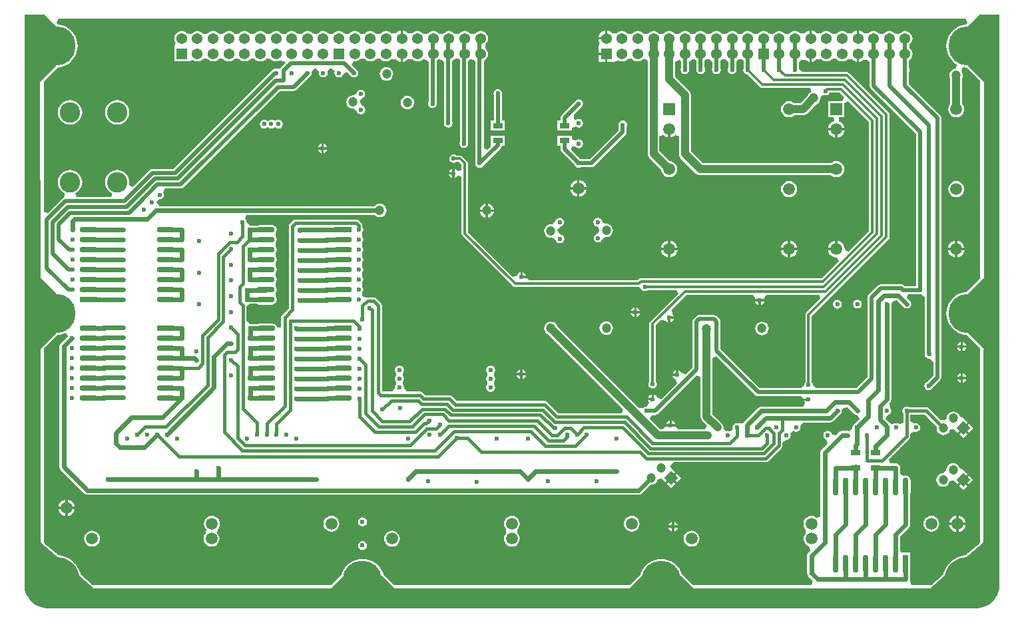
<source format=gbl>
G04*
G04 #@! TF.GenerationSoftware,Altium Limited,Altium Designer,20.1.11 (218)*
G04*
G04 Layer_Physical_Order=4*
G04 Layer_Color=16737819*
%FSAX42Y42*%
%MOMM*%
G71*
G04*
G04 #@! TF.SameCoordinates,D071A55E-5AEF-410E-9220-4307AC36CE94*
G04*
G04*
G04 #@! TF.FilePolarity,Positive*
G04*
G01*
G75*
%ADD12C,0.40*%
%ADD13C,0.50*%
%ADD56C,1.00*%
%ADD57C,0.60*%
%ADD60O,0.70X2.29*%
%ADD61R,0.70X2.29*%
%ADD65R,1.30X0.80*%
%ADD66O,2.29X0.70*%
%ADD67R,2.29X0.70*%
%ADD83C,0.30*%
%ADD85C,1.37*%
%ADD86R,1.37X1.37*%
%ADD87C,1.50*%
%ADD88R,1.52X1.52*%
%ADD89C,1.52*%
%ADD90C,1.20*%
%ADD91P,1.70X4X270.0*%
%ADD92C,2.60*%
%ADD93C,5.00*%
%ADD94C,6.00*%
%ADD95C,1.50*%
%ADD96C,0.60*%
G36*
X013155Y009493D02*
X013166Y009494D01*
X013190Y009504D01*
X013210Y009520D01*
X013258Y009514D01*
X013289Y009487D01*
Y009413D01*
X013288Y009412D01*
X013284Y009390D01*
X013288Y009368D01*
X013289Y009367D01*
Y009190D01*
X013293Y009170D01*
X013304Y009154D01*
X013879Y008579D01*
Y006641D01*
X013731D01*
X013726Y006646D01*
X013710Y006657D01*
X013690Y006661D01*
X013430D01*
X013410Y006657D01*
X013394Y006646D01*
X013274Y006526D01*
X013263Y006510D01*
X013259Y006490D01*
Y005481D01*
X013119Y005341D01*
X012608D01*
X012607Y005342D01*
X012568Y005382D01*
X012564Y005404D01*
X012553Y005420D01*
Y006255D01*
X013529Y007231D01*
X013538Y007244D01*
X013541Y007260D01*
Y008820D01*
X013538Y008836D01*
X013529Y008849D01*
X013029Y009349D01*
X013016Y009358D01*
X013000Y009361D01*
X012570D01*
X012568Y009361D01*
X012512D01*
X012510Y009361D01*
X012441D01*
X012396Y009393D01*
X012392Y009414D01*
X012391Y009415D01*
Y009487D01*
X012422Y009514D01*
X012470Y009520D01*
X012490Y009504D01*
X012514Y009494D01*
X012525Y009493D01*
Y009590D01*
X012555D01*
Y009493D01*
X012566Y009494D01*
X012590Y009504D01*
X012610Y009520D01*
X012613Y009523D01*
X012619Y009525D01*
X012664Y009526D01*
X012673Y009523D01*
X012693Y009508D01*
X012715Y009498D01*
X012740Y009495D01*
X012765Y009498D01*
X012787Y009508D01*
X012807Y009523D01*
X012810Y009527D01*
X012822Y009531D01*
X012858D01*
X012870Y009527D01*
X012873Y009523D01*
X012893Y009508D01*
X012915Y009498D01*
X012940Y009495D01*
X012965Y009498D01*
X012987Y009508D01*
X013007Y009523D01*
X013016Y009526D01*
X013061Y009525D01*
X013067Y009523D01*
X013070Y009520D01*
X013090Y009504D01*
X013114Y009494D01*
X013125Y009493D01*
Y009590D01*
X013155D01*
Y009493D01*
D02*
G37*
G36*
X014531Y009990D02*
X014514Y009967D01*
X014498Y009965D01*
X014456Y009955D01*
X014416Y009939D01*
X014379Y009916D01*
X014346Y009888D01*
X014318Y009855D01*
X014295Y009818D01*
X014279Y009778D01*
X014269Y009736D01*
X014265Y009693D01*
X014269Y009649D01*
X014279Y009607D01*
X014295Y009567D01*
X014318Y009530D01*
X014346Y009497D01*
X014379Y009469D01*
X014395Y009459D01*
X014390Y009410D01*
X014387Y009406D01*
X014368Y009403D01*
X014347Y009395D01*
X014329Y009381D01*
X014315Y009363D01*
X014307Y009342D01*
X014304Y009320D01*
X014307Y009298D01*
X014314Y009280D01*
Y008956D01*
X014301Y008939D01*
X014291Y008915D01*
X014288Y008888D01*
X014291Y008861D01*
X014301Y008837D01*
X014318Y008816D01*
X014339Y008799D01*
X014363Y008789D01*
X014390Y008786D01*
X014417Y008789D01*
X014441Y008799D01*
X014462Y008816D01*
X014479Y008837D01*
X014489Y008861D01*
X014492Y008888D01*
X014489Y008915D01*
X014479Y008939D01*
X014466Y008956D01*
Y009280D01*
X014473Y009298D01*
X014476Y009320D01*
X014473Y009342D01*
X014465Y009363D01*
X014452Y009379D01*
X014453Y009384D01*
X014475Y009425D01*
X014498Y009420D01*
X014526Y009418D01*
X014690Y009254D01*
Y006731D01*
X014526Y006567D01*
X014498Y006564D01*
X014456Y006554D01*
X014416Y006538D01*
X014379Y006515D01*
X014346Y006487D01*
X014318Y006454D01*
X014295Y006417D01*
X014279Y006377D01*
X014269Y006335D01*
X014265Y006292D01*
X014269Y006248D01*
X014279Y006206D01*
X014295Y006166D01*
X014318Y006129D01*
X014346Y006096D01*
X014379Y006068D01*
X014416Y006045D01*
X014456Y006029D01*
X014498Y006019D01*
X014526Y006017D01*
X014690Y005852D01*
Y003372D01*
X014506Y003214D01*
X014490Y003213D01*
X014441Y003201D01*
X014393Y003181D01*
X014350Y003155D01*
X014311Y003121D01*
X014277Y003082D01*
X014251Y003039D01*
X014231Y002991D01*
X014227Y002974D01*
X014071Y002840D01*
X013823D01*
X013800Y002890D01*
X013800Y002890D01*
X013804Y002912D01*
Y002970D01*
X013808D01*
Y003250D01*
X013727D01*
X013688Y003250D01*
X013677Y003296D01*
Y003458D01*
X013788Y003568D01*
X013788Y003568D01*
X013800Y003586D01*
X013804Y003608D01*
X013804Y003608D01*
Y003984D01*
X013805Y003985D01*
X013810Y004009D01*
Y004167D01*
X013805Y004191D01*
X013792Y004211D01*
X013772Y004224D01*
X013748Y004229D01*
X013727Y004225D01*
X013723Y004225D01*
X013677Y004253D01*
Y004330D01*
X013673Y004352D01*
X013661Y004370D01*
X013643Y004382D01*
X013621Y004386D01*
X013553D01*
X013532Y004436D01*
X013795Y004699D01*
X013805Y004714D01*
X013808Y004732D01*
X013808Y004732D01*
Y004761D01*
X013855Y004788D01*
X013858Y004787D01*
X013877Y004784D01*
X013899Y004788D01*
X013917Y004800D01*
X013930Y004818D01*
X013934Y004840D01*
X013930Y004862D01*
X013917Y004880D01*
X013899Y004892D01*
X013877Y004896D01*
X013858Y004893D01*
X013855Y004892D01*
X013808Y004919D01*
Y005006D01*
X013985D01*
X014142Y004848D01*
X014140Y004830D01*
X014143Y004808D01*
X014151Y004787D01*
X014165Y004769D01*
X014183Y004755D01*
X014204Y004747D01*
X014226Y004744D01*
X014248Y004747D01*
X014269Y004755D01*
X014287Y004769D01*
X014301Y004787D01*
X014309Y004808D01*
X014310Y004813D01*
X014361Y004821D01*
X014406Y004777D01*
X014469Y004841D01*
X014533Y004904D01*
X014488Y004949D01*
X014480Y004957D01*
X014436Y004979D01*
X014428Y005000D01*
X014414Y005018D01*
X014396Y005032D01*
X014375Y005040D01*
X014353Y005043D01*
X014331Y005040D01*
X014310Y005032D01*
X014292Y005018D01*
X014278Y005000D01*
X014270Y004979D01*
X014267Y004959D01*
X014266Y004956D01*
X014266Y004954D01*
X014248Y004937D01*
X014186Y004935D01*
X014037Y005085D01*
X014022Y005095D01*
X014004Y005098D01*
X014004Y005098D01*
X013792D01*
X013784Y005104D01*
X013762Y005109D01*
X013740Y005104D01*
X013722Y005092D01*
X013710Y005074D01*
X013706Y005052D01*
X013710Y005030D01*
X013716Y005022D01*
Y004898D01*
X013676Y004883D01*
X013666Y004881D01*
X013649Y004892D01*
X013627Y004896D01*
X013606Y004892D01*
X013603Y004891D01*
X013581Y004884D01*
X013571Y004887D01*
X013540Y004899D01*
X013492Y004948D01*
X013502Y004977D01*
X013514Y004997D01*
X013530Y005000D01*
X013548Y005012D01*
X013560Y005030D01*
X013564Y005052D01*
X013560Y005074D01*
X013548Y005092D01*
X013540Y005145D01*
X013542Y005152D01*
X013548Y005158D01*
X013548Y005158D01*
X013560Y005176D01*
X013564Y005198D01*
X013564Y005198D01*
Y006410D01*
X013595Y006450D01*
X013637Y006456D01*
X013722Y006370D01*
X013722Y006370D01*
X013740Y006358D01*
X013762Y006354D01*
X013784Y006358D01*
X013802Y006370D01*
X013814Y006388D01*
X013818Y006410D01*
X013814Y006432D01*
X013802Y006450D01*
X013802Y006450D01*
X013759Y006492D01*
X013779Y006539D01*
X013907D01*
X013908Y006538D01*
X013930Y006534D01*
X013939Y006535D01*
X013977Y006514D01*
X013989Y006502D01*
Y005770D01*
X013993Y005750D01*
X014004Y005734D01*
X014020Y005723D01*
X014022Y005722D01*
X014028Y005718D01*
X014050Y005714D01*
X014094Y005684D01*
X014099Y005676D01*
Y005501D01*
X014020Y005422D01*
X014018Y005422D01*
X014000Y005410D01*
X013988Y005392D01*
X013984Y005370D01*
X013988Y005348D01*
X014000Y005330D01*
X014018Y005318D01*
X014040Y005314D01*
X014062Y005318D01*
X014080Y005330D01*
X014092Y005348D01*
X014092Y005350D01*
X014186Y005444D01*
X014197Y005460D01*
X014201Y005480D01*
X014201Y008780D01*
X014197Y008800D01*
X014186Y008816D01*
X013791Y009211D01*
Y009367D01*
X013792Y009368D01*
X013796Y009390D01*
X013792Y009412D01*
X013791Y009413D01*
Y009511D01*
X013807Y009523D01*
X013822Y009543D01*
X013832Y009565D01*
X013835Y009590D01*
X013832Y009615D01*
X013822Y009637D01*
X013807Y009657D01*
X013797Y009665D01*
Y009715D01*
X013807Y009723D01*
X013822Y009743D01*
X013832Y009765D01*
X013835Y009790D01*
X013832Y009815D01*
X013822Y009837D01*
X013807Y009857D01*
X013787Y009872D01*
X013765Y009882D01*
X013740Y009885D01*
X013715Y009882D01*
X013693Y009872D01*
X013673Y009857D01*
X013670Y009853D01*
X013658Y009849D01*
X013622D01*
X013610Y009853D01*
X013607Y009857D01*
X013587Y009872D01*
X013565Y009882D01*
X013540Y009885D01*
X013515Y009882D01*
X013493Y009872D01*
X013473Y009857D01*
X013470Y009853D01*
X013458Y009849D01*
X013422D01*
X013410Y009853D01*
X013407Y009857D01*
X013387Y009872D01*
X013365Y009882D01*
X013340Y009885D01*
X013315Y009882D01*
X013293Y009872D01*
X013273Y009857D01*
X013264Y009854D01*
X013219Y009855D01*
X013213Y009857D01*
X013210Y009860D01*
X013190Y009876D01*
X013166Y009886D01*
X013155Y009887D01*
Y009790D01*
X013125D01*
Y009887D01*
X013114Y009886D01*
X013090Y009876D01*
X013070Y009860D01*
X013067Y009857D01*
X013061Y009855D01*
X013016Y009854D01*
X013007Y009857D01*
X012987Y009872D01*
X012965Y009882D01*
X012940Y009885D01*
X012915Y009882D01*
X012893Y009872D01*
X012873Y009857D01*
X012870Y009853D01*
X012858Y009849D01*
X012822D01*
X012810Y009853D01*
X012807Y009857D01*
X012787Y009872D01*
X012765Y009882D01*
X012740Y009885D01*
X012715Y009882D01*
X012693Y009872D01*
X012673Y009857D01*
X012664Y009854D01*
X012619Y009855D01*
X012613Y009857D01*
X012610Y009860D01*
X012590Y009876D01*
X012566Y009886D01*
X012555Y009887D01*
Y009790D01*
X012525D01*
Y009887D01*
X012514Y009886D01*
X012490Y009876D01*
X012470Y009860D01*
X012467Y009857D01*
X012461Y009855D01*
X012416Y009854D01*
X012407Y009857D01*
X012387Y009872D01*
X012365Y009882D01*
X012340Y009885D01*
X012315Y009882D01*
X012293Y009872D01*
X012273Y009857D01*
X012270Y009853D01*
X012258Y009849D01*
X012222D01*
X012210Y009853D01*
X012207Y009857D01*
X012187Y009872D01*
X012165Y009882D01*
X012140Y009885D01*
X012115Y009882D01*
X012093Y009872D01*
X012073Y009857D01*
X012070Y009853D01*
X012058Y009849D01*
X012022D01*
X012010Y009853D01*
X012007Y009857D01*
X011987Y009872D01*
X011965Y009882D01*
X011940Y009885D01*
X011915Y009882D01*
X011893Y009872D01*
X011873Y009857D01*
X011870Y009853D01*
X011858Y009849D01*
X011822D01*
X011810Y009853D01*
X011807Y009857D01*
X011787Y009872D01*
X011765Y009882D01*
X011740Y009885D01*
X011715Y009882D01*
X011693Y009872D01*
X011673Y009857D01*
X011670Y009853D01*
X011658Y009849D01*
X011622D01*
X011610Y009853D01*
X011607Y009857D01*
X011587Y009872D01*
X011565Y009882D01*
X011540Y009885D01*
X011515Y009882D01*
X011493Y009872D01*
X011473Y009857D01*
X011470Y009853D01*
X011458Y009849D01*
X011422D01*
X011410Y009853D01*
X011407Y009857D01*
X011387Y009872D01*
X011365Y009882D01*
X011340Y009885D01*
X011315Y009882D01*
X011293Y009872D01*
X011273Y009857D01*
X011270Y009853D01*
X011258Y009849D01*
X011222D01*
X011210Y009853D01*
X011207Y009857D01*
X011187Y009872D01*
X011165Y009882D01*
X011140Y009885D01*
X011115Y009882D01*
X011093Y009872D01*
X011073Y009857D01*
X011070Y009853D01*
X011058Y009849D01*
X011022D01*
X011010Y009853D01*
X011007Y009857D01*
X010987Y009872D01*
X010965Y009882D01*
X010940Y009885D01*
X010915Y009882D01*
X010893Y009872D01*
X010873Y009857D01*
X010870Y009853D01*
X010858Y009849D01*
X010822D01*
X010810Y009853D01*
X010807Y009857D01*
X010787Y009872D01*
X010765Y009882D01*
X010740Y009885D01*
X010715Y009882D01*
X010693Y009872D01*
X010673Y009857D01*
X010670Y009853D01*
X010658Y009849D01*
X010622D01*
X010610Y009853D01*
X010607Y009857D01*
X010587Y009872D01*
X010565Y009882D01*
X010540Y009885D01*
X010515Y009882D01*
X010493Y009872D01*
X010473Y009857D01*
X010470Y009853D01*
X010458Y009849D01*
X010422D01*
X010410Y009853D01*
X010407Y009857D01*
X010387Y009872D01*
X010365Y009882D01*
X010340Y009885D01*
X010315Y009882D01*
X010293Y009872D01*
X010273Y009857D01*
X010270Y009853D01*
X010258Y009849D01*
X010222D01*
X010210Y009853D01*
X010207Y009857D01*
X010187Y009872D01*
X010165Y009882D01*
X010140Y009885D01*
X010115Y009882D01*
X010093Y009872D01*
X010073Y009857D01*
X010064Y009854D01*
X010019Y009855D01*
X010013Y009857D01*
X010010Y009860D01*
X009990Y009876D01*
X009966Y009886D01*
X009955Y009887D01*
Y009790D01*
X009940D01*
Y009775D01*
X009843D01*
X009844Y009764D01*
X009854Y009740D01*
X009855Y009739D01*
X009841Y009689D01*
X009841Y009678D01*
Y009605D01*
X009940D01*
Y009590D01*
X009955D01*
Y009491D01*
X010039Y009491D01*
X010089Y009511D01*
X010093Y009508D01*
X010115Y009498D01*
X010140Y009495D01*
X010165Y009498D01*
X010187Y009508D01*
X010207Y009523D01*
X010210Y009527D01*
X010222Y009531D01*
X010258D01*
X010270Y009527D01*
X010273Y009523D01*
X010293Y009508D01*
X010315Y009498D01*
X010340Y009495D01*
X010365Y009498D01*
X010387Y009508D01*
X010407Y009523D01*
X010410Y009527D01*
X010418Y009530D01*
X010464Y009507D01*
Y008326D01*
X010467Y008306D01*
X010474Y008288D01*
X010486Y008272D01*
X010638Y008120D01*
X010641Y008099D01*
X010651Y008075D01*
X010668Y008054D01*
X010689Y008037D01*
X010713Y008027D01*
X010740Y008024D01*
X010767Y008027D01*
X010791Y008037D01*
X010812Y008054D01*
X010829Y008075D01*
X010839Y008099D01*
X010842Y008126D01*
X010839Y008153D01*
X010829Y008177D01*
X010812Y008198D01*
X010791Y008215D01*
X010767Y008225D01*
X010746Y008228D01*
X010616Y008358D01*
Y008539D01*
X010658Y008556D01*
X010666Y008557D01*
X010686Y008541D01*
X010712Y008531D01*
X010725Y008529D01*
Y008634D01*
X010755D01*
Y008529D01*
X010768Y008531D01*
X010794Y008541D01*
X010814Y008557D01*
X010822Y008556D01*
X010864Y008539D01*
Y008320D01*
X010867Y008300D01*
X010874Y008282D01*
X010886Y008266D01*
X011080Y008072D01*
X011096Y008060D01*
X011114Y008053D01*
X011134Y008050D01*
X012798D01*
X012815Y008037D01*
X012839Y008027D01*
X012866Y008024D01*
X012893Y008027D01*
X012917Y008037D01*
X012938Y008054D01*
X012955Y008075D01*
X012965Y008099D01*
X012968Y008126D01*
X012965Y008153D01*
X012955Y008177D01*
X012938Y008198D01*
X012917Y008215D01*
X012893Y008225D01*
X012866Y008228D01*
X012839Y008225D01*
X012815Y008215D01*
X012798Y008202D01*
X011166D01*
X011016Y008352D01*
Y009070D01*
X011013Y009090D01*
X011006Y009108D01*
X010994Y009124D01*
X010816Y009302D01*
Y009490D01*
X010863Y009514D01*
X010889Y009495D01*
Y009413D01*
X010888Y009412D01*
X010884Y009390D01*
X010888Y009368D01*
X010900Y009350D01*
X010918Y009338D01*
X010940Y009334D01*
X010962Y009338D01*
X010980Y009350D01*
X010992Y009368D01*
X010996Y009390D01*
X010992Y009412D01*
X010991Y009413D01*
Y009494D01*
X011023Y009522D01*
X011073Y009523D01*
X011089Y009511D01*
Y009413D01*
X011088Y009412D01*
X011084Y009390D01*
X011088Y009368D01*
X011100Y009350D01*
X011118Y009338D01*
X011140Y009334D01*
X011162Y009338D01*
X011180Y009350D01*
X011192Y009368D01*
X011196Y009390D01*
X011192Y009412D01*
X011191Y009413D01*
Y009511D01*
X011207Y009523D01*
X011257Y009522D01*
X011289Y009494D01*
Y009413D01*
X011288Y009412D01*
X011284Y009390D01*
X011288Y009368D01*
X011300Y009350D01*
X011318Y009338D01*
X011340Y009334D01*
X011362Y009338D01*
X011380Y009350D01*
X011392Y009368D01*
X011396Y009390D01*
X011392Y009412D01*
X011391Y009413D01*
Y009511D01*
X011407Y009523D01*
X011457Y009522D01*
X011489Y009494D01*
Y009413D01*
X011488Y009412D01*
X011484Y009390D01*
X011488Y009368D01*
X011500Y009350D01*
X011518Y009338D01*
X011540Y009334D01*
X011562Y009338D01*
X011580Y009350D01*
X011592Y009368D01*
X011596Y009390D01*
X011592Y009412D01*
X011591Y009413D01*
Y009494D01*
X011623Y009522D01*
X011673Y009523D01*
X011689Y009511D01*
Y009414D01*
X011685Y009409D01*
X011681Y009388D01*
X011685Y009366D01*
X011698Y009348D01*
X011716Y009335D01*
X011735Y009331D01*
X011896Y009171D01*
X011909Y009162D01*
X011925Y009159D01*
X012537D01*
X012547Y009109D01*
X012537Y009105D01*
X012519Y009091D01*
X012505Y009073D01*
X012498Y009056D01*
X012406Y008964D01*
X012332D01*
X012315Y008977D01*
X012291Y008987D01*
X012264Y008990D01*
X012237Y008987D01*
X012213Y008977D01*
X012192Y008960D01*
X012175Y008939D01*
X012165Y008915D01*
X012162Y008888D01*
X012165Y008861D01*
X012175Y008837D01*
X012192Y008816D01*
X012213Y008799D01*
X012237Y008789D01*
X012264Y008786D01*
X012291Y008789D01*
X012315Y008799D01*
X012332Y008812D01*
X012438D01*
X012458Y008815D01*
X012476Y008822D01*
X012492Y008834D01*
X012606Y008948D01*
X012623Y008955D01*
X012641Y008969D01*
X012655Y008987D01*
X012663Y009008D01*
X012666Y009030D01*
X012665Y009039D01*
X012696Y009065D01*
X012708Y009070D01*
X012730Y009066D01*
X012752Y009070D01*
X012770Y009083D01*
X012781Y009099D01*
X012905D01*
X012965Y009040D01*
X012944Y008990D01*
X012927Y008990D01*
X012764D01*
Y008786D01*
X012831D01*
X012838Y008737D01*
X012812Y008727D01*
X012790Y008710D01*
X012773Y008688D01*
X012763Y008662D01*
X012761Y008649D01*
X012971D01*
X012969Y008662D01*
X012959Y008688D01*
X012942Y008710D01*
X012920Y008727D01*
X012894Y008737D01*
X012901Y008786D01*
X012968D01*
Y008948D01*
X012968Y008966D01*
X013018Y008987D01*
X013279Y008725D01*
Y007340D01*
X013020Y007081D01*
X012972Y007105D01*
X012973Y007110D01*
X012969Y007138D01*
X012959Y007164D01*
X012942Y007186D01*
X012920Y007203D01*
X012894Y007213D01*
X012881Y007215D01*
Y007110D01*
X012866D01*
Y007095D01*
X012761D01*
X012763Y007082D01*
X012773Y007056D01*
X012790Y007034D01*
X012812Y007017D01*
X012838Y007007D01*
X012866Y007003D01*
X012871Y007004D01*
X012895Y006956D01*
X012680Y006741D01*
X010461D01*
X010459Y006742D01*
X010401D01*
X010399Y006741D01*
X010380D01*
X010364Y006738D01*
X010351Y006729D01*
X010333Y006711D01*
X008961D01*
X008957Y006714D01*
X008934Y006743D01*
X008862D01*
Y006758D01*
X008847D01*
Y006816D01*
X008839Y006815D01*
X008819Y006801D01*
X008805Y006781D01*
X008804Y006775D01*
X008759Y006755D01*
X008753Y006755D01*
X008181Y007327D01*
Y008200D01*
X008178Y008216D01*
X008169Y008229D01*
X008109Y008289D01*
X008096Y008298D01*
X008080Y008301D01*
X008036D01*
X008020Y008312D01*
X007998Y008316D01*
X007976Y008312D01*
X007958Y008300D01*
X007946Y008282D01*
X007942Y008260D01*
X007946Y008238D01*
X007958Y008220D01*
X007976Y008208D01*
X007998Y008204D01*
X008020Y008208D01*
X008036Y008219D01*
X008063D01*
X008099Y008183D01*
Y008113D01*
X008094Y008111D01*
X008049Y008105D01*
X008042Y008115D01*
X008022Y008129D01*
X008013Y008130D01*
Y008072D01*
Y008014D01*
X008022Y008015D01*
X008042Y008029D01*
X008049Y008039D01*
X008094Y008033D01*
X008099Y008031D01*
Y007310D01*
X008102Y007294D01*
X008111Y007281D01*
X008751Y006641D01*
X008764Y006632D01*
X008780Y006629D01*
X010350D01*
X010378Y006608D01*
X010390Y006590D01*
X010408Y006578D01*
X010430Y006574D01*
X010452Y006578D01*
X010468Y006589D01*
X010835D01*
X010854Y006543D01*
X010501Y006189D01*
X010492Y006176D01*
X010489Y006160D01*
Y005428D01*
X010478Y005412D01*
X010474Y005390D01*
X010478Y005368D01*
X010490Y005350D01*
X010508Y005338D01*
X010530Y005334D01*
X010552Y005338D01*
X010570Y005350D01*
X010582Y005368D01*
X010586Y005390D01*
X010582Y005412D01*
X010571Y005428D01*
Y006143D01*
X010635Y006206D01*
X010644Y006208D01*
X010696Y006197D01*
X010697Y006197D01*
X010717Y006183D01*
X010725Y006182D01*
Y006240D01*
X010740D01*
Y006255D01*
X010798D01*
X010797Y006263D01*
X010783Y006283D01*
X010783Y006284D01*
X010772Y006336D01*
X010774Y006345D01*
X010957Y006529D01*
X011804D01*
X011831Y006487D01*
X011833Y006479D01*
X011832Y006475D01*
X011948D01*
X011947Y006479D01*
X011949Y006487D01*
X011976Y006529D01*
X012645D01*
X012664Y006483D01*
X012483Y006301D01*
X012474Y006288D01*
X012471Y006272D01*
Y005420D01*
X012460Y005404D01*
X012456Y005382D01*
X012417Y005342D01*
X012416Y005341D01*
X011891D01*
X011391Y005841D01*
Y006190D01*
X011387Y006210D01*
X011376Y006226D01*
X011346Y006256D01*
X011330Y006267D01*
X011310Y006271D01*
X011120D01*
X011100Y006267D01*
X011084Y006256D01*
X011054Y006226D01*
X011043Y006210D01*
X011039Y006190D01*
Y005601D01*
X010951Y005513D01*
X010899Y005533D01*
X010899Y005536D01*
X010885Y005556D01*
X010866Y005569D01*
X010857Y005571D01*
Y005513D01*
X010842D01*
Y005498D01*
X010784D01*
X010786Y005489D01*
X010799Y005469D01*
X010819Y005456D01*
X010822Y005455D01*
X010841Y005404D01*
X010639Y005201D01*
X010638Y005201D01*
X010588Y005221D01*
X010587Y005225D01*
X010574Y005245D01*
X010554Y005259D01*
X010545Y005260D01*
Y005202D01*
X010530D01*
Y005187D01*
X010472D01*
X010474Y005179D01*
X010487Y005159D01*
X010462Y005115D01*
X010450Y005106D01*
X010428Y005102D01*
X010410Y005090D01*
X010354Y005090D01*
X009317Y006127D01*
X009310Y006144D01*
X009296Y006162D01*
X009278Y006176D01*
X009258Y006184D01*
X009235Y006187D01*
X009213Y006184D01*
X009192Y006176D01*
X009174Y006162D01*
X009161Y006144D01*
X009152Y006123D01*
X009149Y006101D01*
X009152Y006079D01*
X009161Y006058D01*
X009174Y006040D01*
X009192Y006026D01*
X009210Y006019D01*
X010157Y005072D01*
X010136Y005022D01*
X009329D01*
X009187Y005164D01*
X009172Y005174D01*
X009154Y005177D01*
X009154Y005177D01*
X008036D01*
X007974Y005239D01*
X007959Y005249D01*
X007941Y005252D01*
X007941Y005252D01*
X007635D01*
X007605Y005283D01*
X007590Y005293D01*
X007572Y005296D01*
X007572Y005296D01*
X007401D01*
X007392Y005304D01*
X007366Y005346D01*
X007366Y005350D01*
X007362Y005372D01*
X007350Y005390D01*
Y005420D01*
X007362Y005438D01*
X007366Y005460D01*
X007362Y005482D01*
X007350Y005500D01*
Y005530D01*
X007362Y005548D01*
X007366Y005570D01*
X007362Y005592D01*
X007350Y005610D01*
X007332Y005622D01*
X007310Y005626D01*
X007288Y005622D01*
X007270Y005610D01*
X007258Y005592D01*
X007254Y005570D01*
X007258Y005548D01*
X007270Y005530D01*
Y005500D01*
X007258Y005482D01*
X007254Y005460D01*
X007258Y005438D01*
X007270Y005420D01*
Y005390D01*
X007258Y005372D01*
X007254Y005350D01*
X007254Y005346D01*
X007228Y005304D01*
X007219Y005296D01*
X007089D01*
X007086Y005299D01*
Y006390D01*
X007086Y006390D01*
X007083Y006408D01*
X007073Y006423D01*
X007013Y006483D01*
X006998Y006493D01*
X006980Y006496D01*
X006980Y006496D01*
X006900D01*
X006900Y006496D01*
X006895Y006495D01*
X006881Y006494D01*
X006837Y006513D01*
X006833Y006555D01*
X006838Y006564D01*
X006845Y006574D01*
X006849Y006596D01*
X006845Y006618D01*
X006838Y006628D01*
X006833Y006638D01*
Y006681D01*
X006838Y006691D01*
X006845Y006701D01*
X006849Y006723D01*
X006845Y006745D01*
X006838Y006755D01*
X006833Y006765D01*
Y006808D01*
X006838Y006818D01*
X006845Y006828D01*
X006849Y006850D01*
X006845Y006872D01*
X006838Y006882D01*
X006833Y006892D01*
Y006935D01*
X006838Y006945D01*
X006845Y006955D01*
X006849Y006977D01*
X006845Y006999D01*
X006838Y007009D01*
X006833Y007019D01*
Y007062D01*
X006838Y007072D01*
X006845Y007082D01*
X006849Y007104D01*
X006845Y007126D01*
X006838Y007136D01*
X006833Y007146D01*
Y007189D01*
X006838Y007199D01*
X006845Y007209D01*
X006849Y007231D01*
X006845Y007253D01*
X006838Y007263D01*
X006833Y007273D01*
Y007316D01*
X006838Y007326D01*
X006845Y007336D01*
X006849Y007358D01*
X006845Y007380D01*
X006839Y007388D01*
Y007407D01*
X006839Y007407D01*
X006836Y007425D01*
X006826Y007440D01*
X006826Y007440D01*
X006793Y007473D01*
X006778Y007483D01*
X006760Y007486D01*
X006760Y007486D01*
X005990D01*
X005972Y007483D01*
X005957Y007473D01*
X005957Y007473D01*
X005917Y007433D01*
X005907Y007418D01*
X005904Y007400D01*
X005904Y007400D01*
Y006359D01*
X005817Y006273D01*
X005807Y006258D01*
X005804Y006240D01*
X005804Y006240D01*
Y006114D01*
X005754Y006109D01*
X005751Y006123D01*
X005737Y006143D01*
X005717Y006157D01*
X005694Y006161D01*
X005535D01*
X005512Y006157D01*
X005511Y006156D01*
X005410D01*
X005368Y006192D01*
X005366Y006195D01*
Y006366D01*
X005368Y006391D01*
X005413Y006414D01*
X005500D01*
X005507Y006409D01*
X005530Y006404D01*
X005689D01*
X005712Y006409D01*
X005732Y006422D01*
X005746Y006442D01*
X005750Y006466D01*
X005746Y006490D01*
X005732Y006510D01*
Y006549D01*
X005746Y006569D01*
X005750Y006593D01*
X005746Y006617D01*
X005732Y006637D01*
Y006676D01*
X005746Y006696D01*
X005750Y006720D01*
X005746Y006744D01*
X005732Y006764D01*
Y006803D01*
X005746Y006823D01*
X005750Y006847D01*
X005746Y006871D01*
X005732Y006891D01*
Y006930D01*
X005746Y006950D01*
X005750Y006974D01*
X005746Y006998D01*
X005732Y007018D01*
Y007057D01*
X005746Y007077D01*
X005750Y007101D01*
X005746Y007125D01*
X005732Y007145D01*
Y007184D01*
X005746Y007204D01*
X005750Y007228D01*
X005746Y007252D01*
X005732Y007272D01*
Y007311D01*
X005746Y007331D01*
X005750Y007355D01*
X005746Y007379D01*
X005732Y007399D01*
X005712Y007412D01*
X005689Y007417D01*
X005530D01*
X005507Y007412D01*
X005506Y007411D01*
X005406D01*
X005403Y007413D01*
X005367Y007450D01*
X005366Y007451D01*
X005362Y007472D01*
X005350Y007490D01*
X005345Y007494D01*
X005360Y007544D01*
X006996D01*
X006999Y007539D01*
X007017Y007525D01*
X007038Y007517D01*
X007060Y007514D01*
X007082Y007517D01*
X007103Y007525D01*
X007121Y007539D01*
X007135Y007557D01*
X007143Y007578D01*
X007146Y007600D01*
X007143Y007622D01*
X007135Y007643D01*
X007121Y007661D01*
X007103Y007675D01*
X007082Y007683D01*
X007060Y007686D01*
X007038Y007683D01*
X007017Y007675D01*
X006999Y007661D01*
X006996Y007656D01*
X004255D01*
X004252Y007658D01*
X004216Y007700D01*
X004215Y007705D01*
X004219Y007712D01*
X004248Y007741D01*
X004255Y007745D01*
X004260Y007744D01*
X004282Y007748D01*
X004300Y007760D01*
X004312Y007778D01*
X004316Y007800D01*
X004312Y007822D01*
X004308Y007828D01*
X004323Y007869D01*
X004330Y007878D01*
X004522D01*
X004542Y007882D01*
X004559Y007893D01*
X005787Y009121D01*
X005962D01*
X005982Y009125D01*
X005999Y009136D01*
X006160Y009298D01*
X006162Y009298D01*
X006180Y009310D01*
X006192Y009328D01*
X006196Y009350D01*
X006193Y009368D01*
X006196Y009373D01*
X006225Y009409D01*
X006255D01*
X006284Y009373D01*
X006287Y009368D01*
X006284Y009350D01*
X006288Y009328D01*
X006300Y009310D01*
X006318Y009298D01*
X006340Y009294D01*
X006362Y009298D01*
X006380Y009310D01*
X006392Y009328D01*
X006396Y009350D01*
X006393Y009368D01*
X006396Y009373D01*
X006425Y009409D01*
X006455D01*
X006484Y009373D01*
X006487Y009368D01*
X006484Y009350D01*
X006488Y009328D01*
X006500Y009310D01*
X006518Y009298D01*
X006540Y009294D01*
X006562Y009298D01*
X006580Y009310D01*
X006592Y009328D01*
X006595Y009342D01*
X006620Y009356D01*
X006642Y009362D01*
X006678Y009329D01*
X006678Y009328D01*
X006690Y009310D01*
X006708Y009298D01*
X006730Y009294D01*
X006752Y009298D01*
X006770Y009310D01*
X006782Y009328D01*
X006786Y009350D01*
X006782Y009372D01*
X006770Y009390D01*
X006752Y009402D01*
X006750Y009402D01*
X006700Y009452D01*
X006706Y009468D01*
X006726Y009497D01*
X006740Y009495D01*
X006765Y009498D01*
X006787Y009508D01*
X006807Y009523D01*
X006810Y009527D01*
X006822Y009531D01*
X006858D01*
X006870Y009527D01*
X006873Y009523D01*
X006893Y009508D01*
X006915Y009498D01*
X006940Y009495D01*
X006965Y009498D01*
X006987Y009508D01*
X007007Y009523D01*
X007010Y009527D01*
X007022Y009531D01*
X007058D01*
X007070Y009527D01*
X007073Y009523D01*
X007093Y009508D01*
X007115Y009498D01*
X007140Y009495D01*
X007165Y009498D01*
X007187Y009508D01*
X007207Y009523D01*
X007216Y009526D01*
X007261Y009525D01*
X007267Y009523D01*
X007270Y009520D01*
X007290Y009504D01*
X007314Y009494D01*
X007325Y009493D01*
Y009590D01*
X007355D01*
Y009493D01*
X007366Y009494D01*
X007390Y009504D01*
X007410Y009520D01*
X007413Y009523D01*
X007419Y009525D01*
X007464Y009526D01*
X007473Y009523D01*
X007493Y009508D01*
X007515Y009498D01*
X007540Y009495D01*
X007565Y009498D01*
X007587Y009508D01*
X007607Y009523D01*
X007654Y009512D01*
X007679Y009490D01*
Y008983D01*
X007678Y008982D01*
X007674Y008960D01*
X007678Y008938D01*
X007690Y008920D01*
X007708Y008908D01*
X007730Y008904D01*
X007752Y008908D01*
X007770Y008920D01*
X007782Y008938D01*
X007786Y008960D01*
X007782Y008982D01*
X007781Y008983D01*
Y009505D01*
X007787Y009508D01*
X007807Y009523D01*
X007854Y009512D01*
X007879Y009490D01*
Y008733D01*
X007878Y008732D01*
X007874Y008710D01*
X007878Y008688D01*
X007890Y008670D01*
X007908Y008658D01*
X007930Y008654D01*
X007952Y008658D01*
X007970Y008670D01*
X007982Y008688D01*
X007986Y008710D01*
X007982Y008732D01*
X007981Y008733D01*
Y009505D01*
X007987Y009508D01*
X008007Y009523D01*
X008010Y009527D01*
X008022Y009531D01*
X008058D01*
X008070Y009527D01*
X008073Y009523D01*
X008079Y009519D01*
Y008475D01*
X008078Y008474D01*
X008074Y008453D01*
X008078Y008431D01*
X008090Y008413D01*
X008108Y008400D01*
X008130Y008396D01*
X008152Y008400D01*
X008170Y008413D01*
X008182Y008431D01*
X008186Y008453D01*
X008182Y008474D01*
X008181Y008475D01*
Y009505D01*
X008187Y009508D01*
X008207Y009523D01*
X008254Y009512D01*
X008279Y009490D01*
Y009090D01*
Y008840D01*
Y008223D01*
X008278Y008222D01*
X008274Y008200D01*
X008278Y008178D01*
X008290Y008160D01*
X008308Y008148D01*
X008330Y008144D01*
X008352Y008148D01*
X008370Y008160D01*
X008382Y008178D01*
X008382Y008180D01*
X008596Y008394D01*
X008607Y008410D01*
X008610Y008425D01*
X008650D01*
Y008555D01*
X008470D01*
Y008425D01*
X008470D01*
X008473Y008416D01*
X008428Y008370D01*
X008381Y008389D01*
Y008840D01*
Y009090D01*
Y009505D01*
X008387Y009508D01*
X008407Y009523D01*
X008422Y009543D01*
X008432Y009565D01*
X008435Y009590D01*
X008432Y009615D01*
X008422Y009637D01*
X008407Y009657D01*
X008403Y009660D01*
X008399Y009672D01*
Y009708D01*
X008403Y009720D01*
X008407Y009723D01*
X008422Y009743D01*
X008432Y009765D01*
X008435Y009790D01*
X008432Y009815D01*
X008422Y009837D01*
X008407Y009857D01*
X008387Y009872D01*
X008365Y009882D01*
X008340Y009885D01*
X008315Y009882D01*
X008293Y009872D01*
X008273Y009857D01*
X008270Y009853D01*
X008258Y009849D01*
X008222D01*
X008210Y009853D01*
X008207Y009857D01*
X008187Y009872D01*
X008165Y009882D01*
X008140Y009885D01*
X008115Y009882D01*
X008093Y009872D01*
X008073Y009857D01*
X008070Y009853D01*
X008058Y009849D01*
X008022D01*
X008010Y009853D01*
X008007Y009857D01*
X007987Y009872D01*
X007965Y009882D01*
X007940Y009885D01*
X007915Y009882D01*
X007893Y009872D01*
X007873Y009857D01*
X007870Y009853D01*
X007858Y009849D01*
X007822D01*
X007810Y009853D01*
X007807Y009857D01*
X007787Y009872D01*
X007765Y009882D01*
X007740Y009885D01*
X007715Y009882D01*
X007693Y009872D01*
X007673Y009857D01*
X007670Y009853D01*
X007658Y009849D01*
X007622D01*
X007610Y009853D01*
X007607Y009857D01*
X007587Y009872D01*
X007565Y009882D01*
X007540Y009885D01*
X007515Y009882D01*
X007493Y009872D01*
X007473Y009857D01*
X007464Y009854D01*
X007419Y009855D01*
X007413Y009857D01*
X007410Y009860D01*
X007390Y009876D01*
X007366Y009886D01*
X007355Y009887D01*
Y009790D01*
X007325D01*
Y009887D01*
X007314Y009886D01*
X007290Y009876D01*
X007270Y009860D01*
X007267Y009857D01*
X007261Y009855D01*
X007216Y009854D01*
X007207Y009857D01*
X007187Y009872D01*
X007165Y009882D01*
X007140Y009885D01*
X007115Y009882D01*
X007093Y009872D01*
X007073Y009857D01*
X007070Y009853D01*
X007058Y009849D01*
X007022D01*
X007010Y009853D01*
X007007Y009857D01*
X006987Y009872D01*
X006965Y009882D01*
X006940Y009885D01*
X006915Y009882D01*
X006893Y009872D01*
X006873Y009857D01*
X006870Y009853D01*
X006858Y009849D01*
X006822D01*
X006810Y009853D01*
X006807Y009857D01*
X006787Y009872D01*
X006765Y009882D01*
X006740Y009885D01*
X006715Y009882D01*
X006693Y009872D01*
X006673Y009857D01*
X006670Y009853D01*
X006658Y009849D01*
X006622D01*
X006610Y009853D01*
X006607Y009857D01*
X006587Y009872D01*
X006565Y009882D01*
X006540Y009885D01*
X006515Y009882D01*
X006493Y009872D01*
X006473Y009857D01*
X006470Y009853D01*
X006458Y009849D01*
X006422D01*
X006410Y009853D01*
X006407Y009857D01*
X006387Y009872D01*
X006365Y009882D01*
X006340Y009885D01*
X006315Y009882D01*
X006293Y009872D01*
X006273Y009857D01*
X006270Y009853D01*
X006258Y009849D01*
X006222D01*
X006210Y009853D01*
X006207Y009857D01*
X006187Y009872D01*
X006165Y009882D01*
X006140Y009885D01*
X006115Y009882D01*
X006093Y009872D01*
X006073Y009857D01*
X006070Y009853D01*
X006058Y009849D01*
X006022D01*
X006010Y009853D01*
X006007Y009857D01*
X005987Y009872D01*
X005965Y009882D01*
X005940Y009885D01*
X005915Y009882D01*
X005893Y009872D01*
X005873Y009857D01*
X005870Y009853D01*
X005858Y009849D01*
X005822D01*
X005810Y009853D01*
X005807Y009857D01*
X005787Y009872D01*
X005765Y009882D01*
X005740Y009885D01*
X005715Y009882D01*
X005693Y009872D01*
X005673Y009857D01*
X005670Y009853D01*
X005658Y009849D01*
X005622D01*
X005610Y009853D01*
X005607Y009857D01*
X005587Y009872D01*
X005565Y009882D01*
X005540Y009885D01*
X005515Y009882D01*
X005493Y009872D01*
X005473Y009857D01*
X005470Y009853D01*
X005458Y009849D01*
X005422D01*
X005410Y009853D01*
X005407Y009857D01*
X005387Y009872D01*
X005365Y009882D01*
X005340Y009885D01*
X005315Y009882D01*
X005293Y009872D01*
X005273Y009857D01*
X005270Y009853D01*
X005258Y009849D01*
X005222D01*
X005210Y009853D01*
X005207Y009857D01*
X005187Y009872D01*
X005165Y009882D01*
X005140Y009885D01*
X005115Y009882D01*
X005093Y009872D01*
X005073Y009857D01*
X005070Y009853D01*
X005058Y009849D01*
X005022D01*
X005010Y009853D01*
X005007Y009857D01*
X004987Y009872D01*
X004965Y009882D01*
X004940Y009885D01*
X004915Y009882D01*
X004893Y009872D01*
X004873Y009857D01*
X004870Y009853D01*
X004858Y009849D01*
X004822D01*
X004810Y009853D01*
X004807Y009857D01*
X004787Y009872D01*
X004765Y009882D01*
X004740Y009885D01*
X004715Y009882D01*
X004693Y009872D01*
X004673Y009857D01*
X004670Y009853D01*
X004658Y009849D01*
X004622D01*
X004610Y009853D01*
X004607Y009857D01*
X004587Y009872D01*
X004565Y009882D01*
X004540Y009885D01*
X004515Y009882D01*
X004493Y009872D01*
X004473Y009857D01*
X004458Y009837D01*
X004448Y009815D01*
X004445Y009790D01*
X004448Y009765D01*
X004458Y009743D01*
X004465Y009734D01*
X004450Y009690D01*
X004446Y009684D01*
X004446Y009681D01*
Y009496D01*
X004631D01*
X004634Y009496D01*
X004640Y009500D01*
X004684Y009515D01*
X004693Y009508D01*
X004715Y009498D01*
X004740Y009495D01*
X004765Y009498D01*
X004787Y009508D01*
X004807Y009523D01*
X004810Y009527D01*
X004822Y009531D01*
X004858D01*
X004870Y009527D01*
X004873Y009523D01*
X004893Y009508D01*
X004915Y009498D01*
X004940Y009495D01*
X004965Y009498D01*
X004987Y009508D01*
X005007Y009523D01*
X005010Y009527D01*
X005022Y009531D01*
X005058D01*
X005070Y009527D01*
X005073Y009523D01*
X005093Y009508D01*
X005115Y009498D01*
X005140Y009495D01*
X005165Y009498D01*
X005187Y009508D01*
X005207Y009523D01*
X005210Y009527D01*
X005222Y009531D01*
X005258D01*
X005270Y009527D01*
X005273Y009523D01*
X005293Y009508D01*
X005315Y009498D01*
X005340Y009495D01*
X005365Y009498D01*
X005387Y009508D01*
X005407Y009523D01*
X005410Y009527D01*
X005422Y009531D01*
X005458D01*
X005470Y009527D01*
X005473Y009523D01*
X005493Y009508D01*
X005515Y009498D01*
X005540Y009495D01*
X005565Y009498D01*
X005587Y009508D01*
X005607Y009523D01*
X005610Y009527D01*
X005622Y009531D01*
X005658D01*
X005670Y009527D01*
X005673Y009523D01*
X005693Y009508D01*
X005715Y009498D01*
X005740Y009495D01*
X005765Y009498D01*
X005787Y009508D01*
X005843Y009500D01*
X005849Y009496D01*
X005860Y009482D01*
X005857Y009472D01*
X005804Y009419D01*
X005790Y009402D01*
X005742Y009406D01*
X005740Y009406D01*
X005718Y009402D01*
X005712Y009398D01*
X005710Y009397D01*
X005694Y009386D01*
X004439Y008131D01*
X004170D01*
X004150Y008127D01*
X004134Y008116D01*
X003916Y007898D01*
X003871Y007925D01*
X003873Y007931D01*
X003876Y007961D01*
X003873Y007991D01*
X003864Y008021D01*
X003850Y008048D01*
X003830Y008071D01*
X003807Y008091D01*
X003780Y008105D01*
X003750Y008114D01*
X003720Y008117D01*
X003690Y008114D01*
X003660Y008105D01*
X003633Y008091D01*
X003610Y008071D01*
X003590Y008048D01*
X003576Y008021D01*
X003567Y007991D01*
X003564Y007961D01*
X003567Y007931D01*
X003576Y007901D01*
X003590Y007874D01*
X003610Y007851D01*
X003633Y007831D01*
X003652Y007821D01*
X003650Y007791D01*
X003643Y007771D01*
X003201D01*
X003190Y007821D01*
X003207Y007830D01*
X003230Y007850D01*
X003250Y007873D01*
X003264Y007900D01*
X003273Y007930D01*
X003276Y007960D01*
X003273Y007990D01*
X003264Y008020D01*
X003250Y008047D01*
X003230Y008070D01*
X003207Y008090D01*
X003180Y008104D01*
X003150Y008113D01*
X003120Y008116D01*
X003090Y008113D01*
X003060Y008104D01*
X003033Y008090D01*
X003010Y008070D01*
X002990Y008047D01*
X002976Y008020D01*
X002967Y007990D01*
X002964Y007960D01*
X002967Y007930D01*
X002976Y007900D01*
X002990Y007873D01*
X003010Y007850D01*
X003033Y007830D01*
X003052Y007820D01*
X003053Y007792D01*
X003045Y007768D01*
X003040Y007767D01*
X003024Y007756D01*
X002836Y007569D01*
X002790Y007588D01*
Y009246D01*
X002960Y009415D01*
X002960Y009415D01*
X002960Y009415D01*
X002962Y009418D01*
X002985Y009420D01*
X003027Y009430D01*
X003067Y009446D01*
X003104Y009469D01*
X003137Y009497D01*
X003165Y009530D01*
X003187Y009567D01*
X003204Y009607D01*
X003214Y009649D01*
X003218Y009693D01*
X003214Y009736D01*
X003204Y009778D01*
X003187Y009818D01*
X003165Y009855D01*
X003137Y009888D01*
X003104Y009916D01*
X003067Y009939D01*
X003027Y009955D01*
X002985Y009965D01*
X002969Y009967D01*
X002952Y009990D01*
X002977Y010040D01*
X014506D01*
X014531Y009990D01*
D02*
G37*
G36*
X011834Y005254D02*
X011850Y005243D01*
X011870Y005239D01*
X012413D01*
X012416Y005237D01*
X012439Y005209D01*
X012512D01*
Y005179D01*
X012454D01*
X012456Y005171D01*
X012465Y005156D01*
X012459Y005131D01*
X012445Y005106D01*
X011910D01*
X011910Y005106D01*
X011888Y005102D01*
X011870Y005090D01*
X011690Y004910D01*
X011686Y004904D01*
X011663Y004891D01*
X011627Y004891D01*
X011624Y004892D01*
X011603Y004896D01*
X011581Y004892D01*
X011563Y004880D01*
X011550Y004862D01*
X011546Y004840D01*
X011550Y004818D01*
X011509Y004790D01*
X011506Y004789D01*
X011502Y004792D01*
X011480Y004796D01*
X011469Y004794D01*
X011449Y004807D01*
X011443Y004812D01*
X011427Y004832D01*
X011429Y004840D01*
X011426Y004860D01*
X011418Y004878D01*
X011406Y004894D01*
X011292Y005008D01*
Y005725D01*
X011342Y005746D01*
X011834Y005254D01*
D02*
G37*
G36*
X011139Y005486D02*
Y004977D01*
X011142Y004957D01*
X011150Y004939D01*
X011162Y004923D01*
X011219Y004866D01*
X011198Y004816D01*
X010856D01*
X010847Y004823D01*
X010827Y004855D01*
X010692D01*
X010672Y004825D01*
X010625Y004819D01*
X010495Y004949D01*
X010516Y004999D01*
X010560D01*
X010580Y005003D01*
X010596Y005014D01*
X011089Y005507D01*
X011139Y005486D01*
D02*
G37*
G36*
X003090Y006002D02*
X003000Y005913D01*
X002988Y005894D01*
X002984Y005873D01*
X002984Y005873D01*
Y004340D01*
X002984Y004340D01*
X002988Y004318D01*
X003000Y004300D01*
X003300Y004000D01*
X003300Y004000D01*
X003318Y003988D01*
X003340Y003984D01*
X010350D01*
X010350Y003984D01*
X010372Y003988D01*
X010390Y004000D01*
X010504Y004115D01*
X010510Y004114D01*
X010532Y004117D01*
X010553Y004125D01*
X010571Y004139D01*
X010585Y004157D01*
X010593Y004178D01*
X010594Y004183D01*
X010645Y004191D01*
X010690Y004147D01*
X010753Y004211D01*
X010817Y004274D01*
X010772Y004319D01*
X010764Y004327D01*
X010758Y004348D01*
X010797Y004398D01*
X011969D01*
X011969Y004398D01*
X011986Y004401D01*
X012002Y004411D01*
X012168Y004578D01*
X012168Y004578D01*
X012178Y004593D01*
X012182Y004610D01*
X012182Y004610D01*
Y004646D01*
X012186Y004653D01*
X012230Y004684D01*
X012252Y004688D01*
X012270Y004700D01*
X012282Y004718D01*
X012286Y004740D01*
X012282Y004762D01*
X012278Y004767D01*
X012313Y004800D01*
X012331Y004788D01*
X012353Y004784D01*
X012374Y004788D01*
X012392Y004800D01*
X012405Y004818D01*
X012409Y004840D01*
X012406Y004854D01*
X012420Y004882D01*
X012437Y004904D01*
X012784D01*
X012784Y004904D01*
X012806Y004908D01*
X012824Y004920D01*
X012918Y005014D01*
X012918Y005014D01*
X012930Y005032D01*
X012934Y005054D01*
X012958Y005090D01*
X013010Y005096D01*
X013094Y005012D01*
X013094Y005012D01*
X013112Y005000D01*
X013134Y004996D01*
X013135Y004996D01*
X013160Y004950D01*
X013095Y004885D01*
X013088Y004880D01*
X013075Y004862D01*
X013071Y004840D01*
Y004823D01*
X013032Y004796D01*
X013021Y004793D01*
X013005Y004796D01*
X012940D01*
X012918Y004792D01*
X012900Y004780D01*
X012900Y004780D01*
X012859Y004739D01*
X012856Y004739D01*
X012808Y004758D01*
X012807Y004762D01*
X012795Y004780D01*
X012777Y004792D01*
X012755Y004796D01*
X012733Y004792D01*
X012715Y004780D01*
X012703Y004762D01*
X012699Y004740D01*
X012703Y004718D01*
X012715Y004700D01*
X012733Y004688D01*
X012737Y004687D01*
X012756Y004639D01*
X012756Y004636D01*
X012680Y004560D01*
X012668Y004542D01*
X012664Y004520D01*
X012664Y004520D01*
Y003713D01*
X012641Y003699D01*
X012614Y003693D01*
X012600Y003703D01*
X012575Y003713D01*
X012549Y003717D01*
X012523Y003713D01*
X012498Y003703D01*
X012477Y003687D01*
X012461Y003666D01*
X012451Y003642D01*
X012448Y003615D01*
X012451Y003589D01*
X012461Y003565D01*
X012472Y003551D01*
X012477Y003543D01*
X012478Y003498D01*
X012472Y003489D01*
X012462Y003476D01*
X012452Y003451D01*
X012449Y003425D01*
X012452Y003399D01*
X012462Y003374D01*
X012478Y003353D01*
X012499Y003337D01*
X012519Y003329D01*
X012528Y003310D01*
X012535Y003275D01*
X012510Y003250D01*
X012498Y003232D01*
X012494Y003210D01*
X012494Y003210D01*
Y002989D01*
X012494Y002989D01*
X012498Y002968D01*
X012510Y002949D01*
X012569Y002890D01*
X012549Y002840D01*
X011037D01*
X010905Y002972D01*
X010903Y002973D01*
X010903Y002976D01*
X010886Y003016D01*
X010864Y003053D01*
X010835Y003086D01*
X010802Y003114D01*
X010765Y003137D01*
X010725Y003153D01*
X010683Y003163D01*
X010640Y003167D01*
X010597Y003163D01*
X010555Y003153D01*
X010515Y003137D01*
X010478Y003114D01*
X010445Y003086D01*
X010417Y003053D01*
X010394Y003016D01*
X010377Y002976D01*
X010376Y002970D01*
X010246Y002840D01*
X007237D01*
X007105Y002972D01*
X007104Y002973D01*
X007103Y002976D01*
X007086Y003016D01*
X007064Y003053D01*
X007036Y003086D01*
X007003Y003114D01*
X006966Y003137D01*
X006926Y003153D01*
X006883Y003163D01*
X006840Y003167D01*
X006797Y003163D01*
X006755Y003153D01*
X006715Y003137D01*
X006678Y003114D01*
X006645Y003086D01*
X006617Y003053D01*
X006594Y003016D01*
X006577Y002976D01*
X006576Y002970D01*
X006446Y002840D01*
X003410D01*
X003257Y002972D01*
X003252Y002991D01*
X003232Y003039D01*
X003205Y003082D01*
X003172Y003121D01*
X003133Y003155D01*
X003090Y003181D01*
X003042Y003201D01*
X002992Y003213D01*
X002974Y003214D01*
X002790Y003372D01*
Y005850D01*
X002957Y006017D01*
X002985Y006019D01*
X003027Y006029D01*
X003067Y006045D01*
X003090Y006002D01*
D02*
G37*
G36*
X014940Y002841D02*
X014940Y002841D01*
X014940Y002822D01*
X014935Y002783D01*
X014925Y002745D01*
X014910Y002709D01*
X014890Y002675D01*
X014867Y002644D01*
X014839Y002616D01*
X014808Y002592D01*
X014774Y002573D01*
X014738Y002558D01*
X014700Y002548D01*
X014661Y002542D01*
X014642D01*
X002840Y002542D01*
X002840Y002542D01*
X002820Y002542D01*
X002781Y002548D01*
X002743Y002558D01*
X002707Y002573D01*
X002673Y002593D01*
X002642Y002616D01*
X002614Y002644D01*
X002590Y002675D01*
X002570Y002709D01*
X002555Y002746D01*
X002545Y002784D01*
X002540Y002823D01*
X002540Y002842D01*
X002540Y010091D01*
X002797D01*
X002941Y009947D01*
X002941Y009434D01*
X002741Y009233D01*
X002743Y006744D01*
X002941Y006546D01*
X002941Y006038D01*
X002743Y005839D01*
Y003378D01*
X003426Y002791D01*
X006434D01*
X006596Y002954D01*
X007087D01*
X007249Y002791D01*
X010234D01*
X010396Y002954D01*
X010886D01*
X011049Y002791D01*
X014054D01*
X014737Y003378D01*
Y005837D01*
X014740Y005839D01*
X014541Y006038D01*
Y006545D01*
X014742Y006746D01*
Y009238D01*
X014541Y009439D01*
Y009946D01*
X014686Y010091D01*
X014940D01*
Y002841D01*
D02*
G37*
%LPC*%
G36*
X013134Y006466D02*
X013112Y006462D01*
X013094Y006450D01*
X013082Y006432D01*
X013078Y006410D01*
X013082Y006388D01*
X013094Y006370D01*
X013112Y006358D01*
X013134Y006354D01*
X013156Y006358D01*
X013174Y006370D01*
X013186Y006388D01*
X013190Y006410D01*
X013186Y006432D01*
X013174Y006450D01*
X013156Y006462D01*
X013134Y006466D01*
D02*
G37*
G36*
X012878Y006464D02*
X012856Y006460D01*
X012838Y006448D01*
X012826Y006430D01*
X012822Y006408D01*
X012826Y006386D01*
X012838Y006368D01*
X012856Y006356D01*
X012878Y006352D01*
X012900Y006356D01*
X012918Y006368D01*
X012930Y006386D01*
X012934Y006408D01*
X012930Y006430D01*
X012918Y006448D01*
X012900Y006460D01*
X012878Y006464D01*
D02*
G37*
G36*
X009925Y009887D02*
X009914Y009886D01*
X009890Y009876D01*
X009870Y009860D01*
X009854Y009840D01*
X009844Y009816D01*
X009843Y009805D01*
X009925D01*
Y009887D01*
D02*
G37*
G36*
X009925Y009575D02*
X009841D01*
Y009491D01*
X009925D01*
Y009575D01*
D02*
G37*
G36*
X007145Y009426D02*
X007123Y009423D01*
X007102Y009415D01*
X007084Y009401D01*
X007070Y009383D01*
X007062Y009362D01*
X007059Y009340D01*
X007062Y009318D01*
X007070Y009297D01*
X007084Y009279D01*
X007102Y009265D01*
X007123Y009257D01*
X007145Y009254D01*
X007167Y009257D01*
X007188Y009265D01*
X007206Y009279D01*
X007220Y009297D01*
X007228Y009318D01*
X007231Y009340D01*
X007228Y009362D01*
X007220Y009383D01*
X007206Y009401D01*
X007188Y009415D01*
X007167Y009423D01*
X007145Y009426D01*
D02*
G37*
G36*
X007410Y009062D02*
X007388Y009059D01*
X007367Y009050D01*
X007349Y009036D01*
X007335Y009019D01*
X007327Y008998D01*
X007324Y008975D01*
X007327Y008953D01*
X007335Y008932D01*
X007349Y008915D01*
X007367Y008901D01*
X007388Y008892D01*
X007410Y008889D01*
X007432Y008892D01*
X007453Y008901D01*
X007471Y008915D01*
X007484Y008932D01*
X007493Y008953D01*
X007496Y008975D01*
X007493Y008998D01*
X007484Y009019D01*
X007471Y009036D01*
X007453Y009050D01*
X007432Y009059D01*
X007410Y009062D01*
D02*
G37*
G36*
X006817Y009139D02*
X006795Y009135D01*
X006777Y009122D01*
X006765Y009104D01*
X006751Y009079D01*
X006713Y009065D01*
X006698Y009063D01*
X006677Y009055D01*
X006659Y009041D01*
X006645Y009023D01*
X006637Y009002D01*
X006634Y008980D01*
X006637Y008958D01*
X006645Y008937D01*
X006659Y008919D01*
X006677Y008905D01*
X006698Y008897D01*
X006715Y008894D01*
X006751Y008884D01*
X006768Y008858D01*
X006780Y008840D01*
X006798Y008828D01*
X006820Y008824D01*
X006842Y008828D01*
X006860Y008840D01*
X006872Y008858D01*
X006876Y008880D01*
X006872Y008902D01*
X006860Y008920D01*
X006842Y008932D01*
X006816Y008949D01*
X006807Y008981D01*
X006813Y009010D01*
X006838Y009030D01*
X006857Y009042D01*
X006869Y009061D01*
X006873Y009082D01*
X006869Y009104D01*
X006857Y009122D01*
X006838Y009135D01*
X006817Y009139D01*
D02*
G37*
G36*
X005770Y008756D02*
X005748Y008752D01*
X005725Y008742D01*
X005702Y008752D01*
X005680Y008756D01*
X005658Y008752D01*
X005640Y008740D01*
X005630D01*
X005612Y008752D01*
X005590Y008756D01*
X005568Y008752D01*
X005550Y008740D01*
X005538Y008722D01*
X005534Y008700D01*
X005538Y008678D01*
X005550Y008660D01*
X005568Y008648D01*
X005590Y008644D01*
X005612Y008648D01*
X005630Y008660D01*
X005640D01*
X005658Y008648D01*
X005680Y008644D01*
X005702Y008648D01*
X005725Y008658D01*
X005748Y008648D01*
X005770Y008644D01*
X005792Y008648D01*
X005810Y008660D01*
X005822Y008678D01*
X005826Y008700D01*
X005822Y008722D01*
X005810Y008740D01*
X005792Y008752D01*
X005770Y008756D01*
D02*
G37*
G36*
X003720Y009006D02*
X003690Y009003D01*
X003660Y008994D01*
X003633Y008980D01*
X003610Y008960D01*
X003590Y008937D01*
X003576Y008910D01*
X003567Y008880D01*
X003564Y008850D01*
X003567Y008820D01*
X003576Y008790D01*
X003590Y008763D01*
X003610Y008740D01*
X003633Y008720D01*
X003660Y008706D01*
X003690Y008697D01*
X003720Y008694D01*
X003750Y008697D01*
X003780Y008706D01*
X003807Y008720D01*
X003830Y008740D01*
X003850Y008763D01*
X003864Y008790D01*
X003873Y008820D01*
X003876Y008850D01*
X003873Y008880D01*
X003864Y008910D01*
X003850Y008937D01*
X003830Y008960D01*
X003807Y008980D01*
X003780Y008994D01*
X003750Y009003D01*
X003720Y009006D01*
D02*
G37*
G36*
X003120Y009005D02*
X003090Y009002D01*
X003060Y008993D01*
X003033Y008979D01*
X003010Y008959D01*
X002990Y008936D01*
X002976Y008909D01*
X002967Y008879D01*
X002964Y008849D01*
X002967Y008819D01*
X002976Y008789D01*
X002990Y008762D01*
X003010Y008739D01*
X003033Y008719D01*
X003060Y008705D01*
X003090Y008696D01*
X003120Y008693D01*
X003150Y008696D01*
X003180Y008705D01*
X003207Y008719D01*
X003230Y008739D01*
X003250Y008762D01*
X003264Y008789D01*
X003273Y008819D01*
X003276Y008849D01*
X003273Y008879D01*
X003264Y008909D01*
X003250Y008936D01*
X003230Y008959D01*
X003207Y008979D01*
X003180Y008993D01*
X003150Y009002D01*
X003120Y009005D01*
D02*
G37*
G36*
X009590Y009016D02*
X009568Y009012D01*
X009550Y009000D01*
X009538Y008982D01*
X009538Y008980D01*
X009374Y008816D01*
X009363Y008800D01*
X009359Y008780D01*
Y008745D01*
X009320D01*
Y008615D01*
X009500D01*
Y008654D01*
X009550Y008670D01*
X009568Y008658D01*
X009590Y008654D01*
X009612Y008658D01*
X009630Y008670D01*
X009642Y008688D01*
X009646Y008710D01*
X009642Y008732D01*
X009630Y008750D01*
X009612Y008762D01*
X009590Y008766D01*
X009568Y008762D01*
X009550Y008750D01*
X009526Y008763D01*
X009524Y008821D01*
X009610Y008908D01*
X009612Y008908D01*
X009630Y008920D01*
X009642Y008938D01*
X009646Y008960D01*
X009642Y008982D01*
X009630Y009000D01*
X009612Y009012D01*
X009590Y009016D01*
D02*
G37*
G36*
X008560Y009146D02*
X008538Y009142D01*
X008520Y009130D01*
X008508Y009112D01*
X008504Y009090D01*
X008508Y009068D01*
X008509Y009067D01*
Y008745D01*
X008470D01*
Y008615D01*
X008650D01*
Y008745D01*
X008611D01*
Y009067D01*
X008612Y009068D01*
X008616Y009090D01*
X008612Y009112D01*
X008600Y009130D01*
X008582Y009142D01*
X008560Y009146D01*
D02*
G37*
G36*
X012971Y008619D02*
X012881D01*
Y008529D01*
X012894Y008531D01*
X012920Y008541D01*
X012942Y008558D01*
X012959Y008580D01*
X012969Y008606D01*
X012971Y008619D01*
D02*
G37*
G36*
X012851D02*
X012761D01*
X012763Y008606D01*
X012773Y008580D01*
X012790Y008558D01*
X012812Y008541D01*
X012838Y008531D01*
X012851Y008529D01*
Y008619D01*
D02*
G37*
G36*
X006347Y008446D02*
Y008403D01*
X006390D01*
X006389Y008411D01*
X006375Y008431D01*
X006355Y008445D01*
X006347Y008446D01*
D02*
G37*
G36*
X006317D02*
X006309Y008445D01*
X006289Y008431D01*
X006275Y008411D01*
X006274Y008403D01*
X006317D01*
Y008446D01*
D02*
G37*
G36*
X010150Y008746D02*
X010128Y008742D01*
X010110Y008730D01*
X010098Y008712D01*
X010094Y008690D01*
X010098Y008668D01*
X010099Y008667D01*
Y008621D01*
X009729Y008251D01*
X009613D01*
X009612Y008252D01*
X009610Y008252D01*
X009494Y008369D01*
X009505Y008418D01*
X009549Y008412D01*
X009550Y008410D01*
X009568Y008398D01*
X009590Y008394D01*
X009612Y008398D01*
X009630Y008410D01*
X009642Y008428D01*
X009646Y008450D01*
X009642Y008472D01*
X009630Y008490D01*
X009612Y008502D01*
X009590Y008506D01*
X009568Y008502D01*
X009550Y008490D01*
X009500Y008506D01*
Y008555D01*
X009320D01*
Y008425D01*
X009359D01*
Y008380D01*
X009363Y008360D01*
X009374Y008344D01*
X009538Y008180D01*
X009538Y008178D01*
X009550Y008160D01*
X009568Y008148D01*
X009590Y008144D01*
X009612Y008148D01*
X009613Y008149D01*
X009750D01*
X009770Y008153D01*
X009786Y008164D01*
X010186Y008564D01*
X010197Y008580D01*
X010201Y008600D01*
Y008667D01*
X010202Y008668D01*
X010206Y008690D01*
X010202Y008712D01*
X010190Y008730D01*
X010172Y008742D01*
X010150Y008746D01*
D02*
G37*
G36*
X006390Y008373D02*
X006347D01*
Y008330D01*
X006355Y008331D01*
X006375Y008345D01*
X006389Y008365D01*
X006390Y008373D01*
D02*
G37*
G36*
X006317D02*
X006274D01*
X006275Y008365D01*
X006289Y008345D01*
X006309Y008331D01*
X006317Y008330D01*
Y008373D01*
D02*
G37*
G36*
X007983Y008130D02*
X007975Y008129D01*
X007955Y008115D01*
X007942Y008095D01*
X007940Y008087D01*
X007983D01*
Y008130D01*
D02*
G37*
G36*
Y008057D02*
X007940D01*
X007942Y008049D01*
X007955Y008029D01*
X007975Y008015D01*
X007983Y008014D01*
Y008057D01*
D02*
G37*
G36*
X009600Y007986D02*
Y007897D01*
X009689D01*
X009687Y007910D01*
X009677Y007935D01*
X009660Y007957D01*
X009638Y007974D01*
X009612Y007985D01*
X009600Y007986D01*
D02*
G37*
G36*
X009570D02*
X009558Y007985D01*
X009532Y007974D01*
X009510Y007957D01*
X009493Y007935D01*
X009483Y007910D01*
X009481Y007897D01*
X009570D01*
Y007986D01*
D02*
G37*
G36*
X009689Y007868D02*
X009600D01*
Y007779D01*
X009612Y007780D01*
X009638Y007791D01*
X009660Y007808D01*
X009677Y007830D01*
X009687Y007855D01*
X009689Y007868D01*
D02*
G37*
G36*
X009570D02*
X009481D01*
X009483Y007855D01*
X009493Y007830D01*
X009510Y007808D01*
X009532Y007791D01*
X009558Y007780D01*
X009570Y007779D01*
Y007868D01*
D02*
G37*
G36*
X014390Y007974D02*
X014363Y007971D01*
X014339Y007961D01*
X014318Y007944D01*
X014301Y007923D01*
X014291Y007899D01*
X014288Y007872D01*
X014291Y007845D01*
X014301Y007821D01*
X014318Y007800D01*
X014339Y007783D01*
X014363Y007773D01*
X014390Y007770D01*
X014417Y007773D01*
X014441Y007783D01*
X014462Y007800D01*
X014479Y007821D01*
X014489Y007845D01*
X014492Y007872D01*
X014489Y007899D01*
X014479Y007923D01*
X014462Y007944D01*
X014441Y007961D01*
X014417Y007971D01*
X014390Y007974D01*
D02*
G37*
G36*
X012264D02*
X012237Y007971D01*
X012213Y007961D01*
X012192Y007944D01*
X012175Y007923D01*
X012165Y007899D01*
X012162Y007872D01*
X012165Y007845D01*
X012175Y007821D01*
X012192Y007800D01*
X012213Y007783D01*
X012237Y007773D01*
X012264Y007770D01*
X012291Y007773D01*
X012315Y007783D01*
X012336Y007800D01*
X012353Y007821D01*
X012363Y007845D01*
X012366Y007872D01*
X012363Y007899D01*
X012353Y007923D01*
X012336Y007944D01*
X012315Y007961D01*
X012291Y007971D01*
X012264Y007974D01*
D02*
G37*
G36*
X008435Y007689D02*
Y007615D01*
X008509D01*
X008508Y007623D01*
X008499Y007645D01*
X008484Y007664D01*
X008465Y007679D01*
X008443Y007688D01*
X008435Y007689D01*
D02*
G37*
G36*
X008405D02*
X008397Y007688D01*
X008375Y007679D01*
X008356Y007664D01*
X008341Y007645D01*
X008332Y007623D01*
X008331Y007615D01*
X008405D01*
Y007689D01*
D02*
G37*
G36*
X008509Y007585D02*
X008435D01*
Y007511D01*
X008443Y007512D01*
X008465Y007521D01*
X008484Y007536D01*
X008499Y007555D01*
X008508Y007577D01*
X008509Y007585D01*
D02*
G37*
G36*
X008405D02*
X008331D01*
X008332Y007577D01*
X008341Y007555D01*
X008356Y007536D01*
X008375Y007521D01*
X008397Y007512D01*
X008405Y007511D01*
Y007585D01*
D02*
G37*
G36*
X009347Y007509D02*
X009325Y007505D01*
X009307Y007492D01*
X009295Y007474D01*
X009293Y007464D01*
X009274Y007443D01*
X009245Y007426D01*
X009235Y007427D01*
X009213Y007424D01*
X009192Y007416D01*
X009174Y007402D01*
X009161Y007384D01*
X009152Y007363D01*
X009149Y007341D01*
X009152Y007319D01*
X009161Y007298D01*
X009174Y007280D01*
X009192Y007266D01*
X009213Y007258D01*
X009235Y007255D01*
X009246Y007256D01*
X009267Y007249D01*
X009297Y007220D01*
X009298Y007218D01*
X009310Y007200D01*
X009328Y007188D01*
X009350Y007184D01*
X009372Y007188D01*
X009390Y007200D01*
X009402Y007218D01*
X009406Y007240D01*
X009402Y007262D01*
X009390Y007280D01*
X009372Y007292D01*
X009362Y007294D01*
X009345Y007304D01*
X009322Y007341D01*
X009321Y007342D01*
X009320Y007350D01*
X009338Y007380D01*
X009358Y007398D01*
X009368Y007400D01*
X009387Y007412D01*
X009399Y007431D01*
X009403Y007452D01*
X009399Y007474D01*
X009387Y007492D01*
X009368Y007505D01*
X009347Y007509D01*
D02*
G37*
G36*
X009833D02*
X009811Y007505D01*
X009793Y007492D01*
X009781Y007474D01*
X009776Y007452D01*
X009781Y007431D01*
X009793Y007412D01*
X009811Y007400D01*
X009816Y007399D01*
X009840Y007381D01*
X009854Y007351D01*
X009839Y007315D01*
X009815Y007302D01*
X009796Y007290D01*
X009784Y007272D01*
X009780Y007250D01*
X009784Y007228D01*
X009796Y007210D01*
X009815Y007198D01*
X009836Y007194D01*
X009858Y007198D01*
X009876Y007210D01*
X009888Y007228D01*
X009910Y007253D01*
X009942Y007260D01*
X009962Y007262D01*
X009983Y007271D01*
X010001Y007285D01*
X010014Y007302D01*
X010023Y007323D01*
X010026Y007345D01*
X010023Y007368D01*
X010014Y007389D01*
X010001Y007406D01*
X009983Y007420D01*
X009962Y007429D01*
X009940Y007432D01*
X009936Y007431D01*
X009905Y007445D01*
X009886Y007470D01*
X009885Y007474D01*
X009873Y007492D01*
X009855Y007505D01*
X009833Y007509D01*
D02*
G37*
G36*
X014405Y007215D02*
Y007125D01*
X014495D01*
X014493Y007138D01*
X014483Y007164D01*
X014466Y007186D01*
X014444Y007203D01*
X014418Y007213D01*
X014405Y007215D01*
D02*
G37*
G36*
X014375D02*
X014362Y007213D01*
X014336Y007203D01*
X014314Y007186D01*
X014297Y007164D01*
X014287Y007138D01*
X014285Y007125D01*
X014375D01*
Y007215D01*
D02*
G37*
G36*
X012851D02*
X012838Y007213D01*
X012812Y007203D01*
X012790Y007186D01*
X012773Y007164D01*
X012763Y007138D01*
X012761Y007125D01*
X012851D01*
Y007215D01*
D02*
G37*
G36*
X012279D02*
Y007125D01*
X012369D01*
X012367Y007138D01*
X012357Y007164D01*
X012340Y007186D01*
X012318Y007203D01*
X012292Y007213D01*
X012279Y007215D01*
D02*
G37*
G36*
X012249D02*
X012236Y007213D01*
X012210Y007203D01*
X012188Y007186D01*
X012171Y007164D01*
X012161Y007138D01*
X012159Y007125D01*
X012249D01*
Y007215D01*
D02*
G37*
G36*
X010755D02*
Y007125D01*
X010845D01*
X010843Y007138D01*
X010833Y007164D01*
X010816Y007186D01*
X010794Y007203D01*
X010768Y007213D01*
X010755Y007215D01*
D02*
G37*
G36*
X010725D02*
X010712Y007213D01*
X010686Y007203D01*
X010664Y007186D01*
X010647Y007164D01*
X010637Y007138D01*
X010635Y007125D01*
X010725D01*
Y007215D01*
D02*
G37*
G36*
X014495Y007095D02*
X014405D01*
Y007005D01*
X014418Y007007D01*
X014444Y007017D01*
X014466Y007034D01*
X014483Y007056D01*
X014493Y007082D01*
X014495Y007095D01*
D02*
G37*
G36*
X014375D02*
X014285D01*
X014287Y007082D01*
X014297Y007056D01*
X014314Y007034D01*
X014336Y007017D01*
X014362Y007007D01*
X014375Y007005D01*
Y007095D01*
D02*
G37*
G36*
X012369D02*
X012279D01*
Y007005D01*
X012292Y007007D01*
X012318Y007017D01*
X012340Y007034D01*
X012357Y007056D01*
X012367Y007082D01*
X012369Y007095D01*
D02*
G37*
G36*
X012249D02*
X012159D01*
X012161Y007082D01*
X012171Y007056D01*
X012188Y007034D01*
X012210Y007017D01*
X012236Y007007D01*
X012249Y007005D01*
Y007095D01*
D02*
G37*
G36*
X010845D02*
X010755D01*
Y007005D01*
X010768Y007007D01*
X010794Y007017D01*
X010816Y007034D01*
X010833Y007056D01*
X010843Y007082D01*
X010845Y007095D01*
D02*
G37*
G36*
X010725D02*
X010635D01*
X010637Y007082D01*
X010647Y007056D01*
X010664Y007034D01*
X010686Y007017D01*
X010712Y007007D01*
X010725Y007005D01*
Y007095D01*
D02*
G37*
G36*
X008877Y006816D02*
Y006773D01*
X008920D01*
X008919Y006781D01*
X008905Y006801D01*
X008885Y006815D01*
X008877Y006816D01*
D02*
G37*
G36*
X011948Y006445D02*
X011905D01*
Y006402D01*
X011913Y006403D01*
X011933Y006417D01*
X011947Y006437D01*
X011948Y006445D01*
D02*
G37*
G36*
X011875D02*
X011832D01*
X011833Y006437D01*
X011847Y006417D01*
X011867Y006403D01*
X011875Y006402D01*
Y006445D01*
D02*
G37*
G36*
X010325Y006366D02*
Y006323D01*
X010368D01*
X010366Y006331D01*
X010353Y006351D01*
X010333Y006365D01*
X010325Y006366D01*
D02*
G37*
G36*
X010295D02*
X010286Y006365D01*
X010266Y006351D01*
X010253Y006331D01*
X010251Y006323D01*
X010295D01*
Y006366D01*
D02*
G37*
G36*
X010368Y006293D02*
X010325D01*
Y006250D01*
X010333Y006251D01*
X010353Y006265D01*
X010366Y006285D01*
X010368Y006293D01*
D02*
G37*
G36*
X010295D02*
X010251D01*
X010253Y006285D01*
X010266Y006265D01*
X010286Y006251D01*
X010295Y006250D01*
Y006293D01*
D02*
G37*
G36*
X010798Y006225D02*
X010755D01*
Y006182D01*
X010763Y006183D01*
X010783Y006197D01*
X010797Y006217D01*
X010798Y006225D01*
D02*
G37*
G36*
X009940Y006192D02*
X009918Y006189D01*
X009897Y006180D01*
X009879Y006166D01*
X009865Y006149D01*
X009857Y006128D01*
X009854Y006105D01*
X009857Y006083D01*
X009865Y006062D01*
X009879Y006045D01*
X009897Y006031D01*
X009918Y006022D01*
X009940Y006019D01*
X009962Y006022D01*
X009983Y006031D01*
X010001Y006045D01*
X010014Y006062D01*
X010023Y006083D01*
X010026Y006105D01*
X010023Y006128D01*
X010014Y006149D01*
X010001Y006166D01*
X009983Y006180D01*
X009962Y006189D01*
X009940Y006192D01*
D02*
G37*
G36*
X011920Y006186D02*
X011898Y006183D01*
X011877Y006175D01*
X011859Y006161D01*
X011845Y006143D01*
X011837Y006122D01*
X011834Y006100D01*
X011837Y006078D01*
X011845Y006057D01*
X011859Y006039D01*
X011877Y006025D01*
X011898Y006017D01*
X011920Y006014D01*
X011942Y006017D01*
X011963Y006025D01*
X011981Y006039D01*
X011995Y006057D01*
X012003Y006078D01*
X012006Y006100D01*
X012003Y006122D01*
X011995Y006143D01*
X011981Y006161D01*
X011963Y006175D01*
X011942Y006183D01*
X011920Y006186D01*
D02*
G37*
G36*
X014475Y005928D02*
Y005885D01*
X014518D01*
X014517Y005893D01*
X014503Y005913D01*
X014483Y005927D01*
X014475Y005928D01*
D02*
G37*
G36*
X014445D02*
X014437Y005927D01*
X014417Y005913D01*
X014403Y005893D01*
X014402Y005885D01*
X014445D01*
Y005928D01*
D02*
G37*
G36*
X014518Y005855D02*
X014475D01*
Y005812D01*
X014483Y005813D01*
X014503Y005827D01*
X014517Y005847D01*
X014518Y005855D01*
D02*
G37*
G36*
X014445D02*
X014402D01*
X014403Y005847D01*
X014417Y005827D01*
X014437Y005813D01*
X014445Y005812D01*
Y005855D01*
D02*
G37*
G36*
X008875Y005578D02*
Y005535D01*
X008918D01*
X008917Y005543D01*
X008903Y005563D01*
X008883Y005577D01*
X008875Y005578D01*
D02*
G37*
G36*
X008845D02*
X008837Y005577D01*
X008817Y005563D01*
X008803Y005543D01*
X008802Y005535D01*
X008845D01*
Y005578D01*
D02*
G37*
G36*
X010827Y005571D02*
X010819Y005569D01*
X010799Y005556D01*
X010786Y005536D01*
X010784Y005528D01*
X010827D01*
Y005571D01*
D02*
G37*
G36*
X014475Y005528D02*
Y005485D01*
X014518D01*
X014517Y005493D01*
X014503Y005513D01*
X014483Y005527D01*
X014475Y005528D01*
D02*
G37*
G36*
X014445D02*
X014437Y005527D01*
X014417Y005513D01*
X014403Y005493D01*
X014402Y005485D01*
X014445D01*
Y005528D01*
D02*
G37*
G36*
X008918Y005505D02*
X008875D01*
Y005462D01*
X008883Y005463D01*
X008903Y005477D01*
X008917Y005497D01*
X008918Y005505D01*
D02*
G37*
G36*
X008845D02*
X008802D01*
X008803Y005497D01*
X008817Y005477D01*
X008837Y005463D01*
X008845Y005462D01*
Y005505D01*
D02*
G37*
G36*
X014518Y005455D02*
X014475D01*
Y005412D01*
X014483Y005413D01*
X014503Y005427D01*
X014517Y005447D01*
X014518Y005455D01*
D02*
G37*
G36*
X014445D02*
X014402D01*
X014403Y005447D01*
X014417Y005427D01*
X014437Y005413D01*
X014445Y005412D01*
Y005455D01*
D02*
G37*
G36*
X008470Y005626D02*
X008448Y005622D01*
X008430Y005610D01*
X008418Y005592D01*
X008414Y005570D01*
X008418Y005548D01*
X008430Y005530D01*
Y005500D01*
X008418Y005482D01*
X008414Y005460D01*
X008418Y005438D01*
X008430Y005420D01*
Y005390D01*
X008418Y005372D01*
X008414Y005350D01*
X008418Y005328D01*
X008430Y005310D01*
X008448Y005298D01*
X008470Y005294D01*
X008492Y005298D01*
X008510Y005310D01*
X008522Y005328D01*
X008526Y005350D01*
X008522Y005372D01*
X008510Y005390D01*
Y005420D01*
X008522Y005438D01*
X008526Y005460D01*
X008522Y005482D01*
X008510Y005500D01*
Y005530D01*
X008522Y005548D01*
X008526Y005570D01*
X008522Y005592D01*
X008510Y005610D01*
X008492Y005622D01*
X008470Y005626D01*
D02*
G37*
G36*
X010515Y005260D02*
X010507Y005259D01*
X010487Y005245D01*
X010474Y005225D01*
X010472Y005217D01*
X010515D01*
Y005260D01*
D02*
G37*
G36*
X014554Y004883D02*
X014501Y004830D01*
X014554Y004777D01*
X014607Y004830D01*
X014554Y004883D01*
D02*
G37*
G36*
X014480Y004809D02*
X014427Y004756D01*
X014480Y004703D01*
X014533Y004756D01*
X014480Y004809D01*
D02*
G37*
G36*
X014551Y004226D02*
X014498Y004173D01*
X014551Y004120D01*
X014604Y004173D01*
X014551Y004226D01*
D02*
G37*
G36*
X014350Y004386D02*
X014328Y004383D01*
X014307Y004375D01*
X014289Y004361D01*
X014275Y004343D01*
X014267Y004322D01*
X014264Y004302D01*
X014263Y004299D01*
X014263Y004297D01*
X014226Y004260D01*
X014224Y004260D01*
X014221Y004259D01*
X014201Y004256D01*
X014180Y004248D01*
X014162Y004234D01*
X014148Y004216D01*
X014140Y004195D01*
X014137Y004173D01*
X014140Y004151D01*
X014148Y004130D01*
X014162Y004112D01*
X014180Y004098D01*
X014201Y004090D01*
X014223Y004087D01*
X014245Y004090D01*
X014266Y004098D01*
X014284Y004112D01*
X014298Y004130D01*
X014306Y004151D01*
X014307Y004156D01*
X014358Y004164D01*
X014403Y004120D01*
X014466Y004184D01*
X014530Y004247D01*
X014485Y004292D01*
X014477Y004300D01*
X014433Y004322D01*
X014425Y004343D01*
X014411Y004361D01*
X014393Y004375D01*
X014372Y004383D01*
X014350Y004386D01*
D02*
G37*
G36*
X014477Y004152D02*
X014424Y004099D01*
X014477Y004046D01*
X014530Y004099D01*
X014477Y004152D01*
D02*
G37*
G36*
X014418Y003716D02*
Y003628D01*
X014506D01*
X014505Y003640D01*
X014494Y003665D01*
X014477Y003687D01*
X014455Y003704D01*
X014430Y003715D01*
X014418Y003716D01*
D02*
G37*
G36*
X014388D02*
X014375Y003715D01*
X014350Y003704D01*
X014328Y003687D01*
X014311Y003665D01*
X014300Y003640D01*
X014299Y003628D01*
X014388D01*
Y003716D01*
D02*
G37*
G36*
X014074Y003717D02*
X014048Y003713D01*
X014023Y003703D01*
X014002Y003687D01*
X013986Y003666D01*
X013976Y003642D01*
X013973Y003615D01*
X013976Y003589D01*
X013986Y003565D01*
X014002Y003544D01*
X014023Y003528D01*
X014048Y003518D01*
X014074Y003514D01*
X014100Y003518D01*
X014125Y003528D01*
X014146Y003544D01*
X014162Y003565D01*
X014172Y003589D01*
X014175Y003615D01*
X014172Y003642D01*
X014162Y003666D01*
X014146Y003687D01*
X014125Y003703D01*
X014100Y003713D01*
X014074Y003717D01*
D02*
G37*
G36*
X014506Y003597D02*
X014418D01*
Y003509D01*
X014430Y003510D01*
X014455Y003521D01*
X014477Y003538D01*
X014494Y003560D01*
X014505Y003585D01*
X014506Y003597D01*
D02*
G37*
G36*
X014388D02*
X014299D01*
X014300Y003585D01*
X014311Y003560D01*
X014328Y003538D01*
X014350Y003521D01*
X014375Y003510D01*
X014388Y003509D01*
Y003597D01*
D02*
G37*
G36*
X010775Y004928D02*
Y004885D01*
X010818D01*
X010817Y004893D01*
X010803Y004913D01*
X010783Y004927D01*
X010775Y004928D01*
D02*
G37*
G36*
X010745D02*
X010737Y004927D01*
X010717Y004913D01*
X010703Y004893D01*
X010702Y004885D01*
X010745D01*
Y004928D01*
D02*
G37*
G36*
X010838Y004253D02*
X010785Y004200D01*
X010838Y004147D01*
X010891Y004200D01*
X010838Y004253D01*
D02*
G37*
G36*
X010764Y004179D02*
X010711Y004126D01*
X010764Y004073D01*
X010817Y004126D01*
X010764Y004179D01*
D02*
G37*
G36*
X003090Y003924D02*
Y003835D01*
X003179D01*
X003177Y003847D01*
X003167Y003873D01*
X003150Y003895D01*
X003128Y003912D01*
X003102Y003922D01*
X003090Y003924D01*
D02*
G37*
G36*
X003060D02*
X003048Y003922D01*
X003022Y003912D01*
X003000Y003895D01*
X002983Y003873D01*
X002973Y003847D01*
X002971Y003835D01*
X003060D01*
Y003924D01*
D02*
G37*
G36*
X003179Y003805D02*
X003090D01*
Y003716D01*
X003102Y003718D01*
X003128Y003728D01*
X003150Y003745D01*
X003167Y003767D01*
X003177Y003793D01*
X003179Y003805D01*
D02*
G37*
G36*
X003060D02*
X002971D01*
X002973Y003793D01*
X002983Y003767D01*
X003000Y003745D01*
X003022Y003728D01*
X003048Y003718D01*
X003060Y003716D01*
Y003805D01*
D02*
G37*
G36*
X010805Y003638D02*
Y003595D01*
X010848D01*
X010847Y003603D01*
X010833Y003623D01*
X010813Y003637D01*
X010805Y003638D01*
D02*
G37*
G36*
X010775D02*
X010767Y003637D01*
X010747Y003623D01*
X010733Y003603D01*
X010732Y003595D01*
X010775D01*
Y003638D01*
D02*
G37*
G36*
X006840Y003696D02*
X006818Y003692D01*
X006800Y003680D01*
X006788Y003662D01*
X006784Y003640D01*
X006788Y003618D01*
X006800Y003600D01*
X006818Y003588D01*
X006840Y003584D01*
X006862Y003588D01*
X006880Y003600D01*
X006892Y003618D01*
X006896Y003640D01*
X006892Y003662D01*
X006880Y003680D01*
X006862Y003692D01*
X006840Y003696D01*
D02*
G37*
G36*
X010848Y003565D02*
X010805D01*
Y003522D01*
X010813Y003523D01*
X010833Y003537D01*
X010847Y003557D01*
X010848Y003565D01*
D02*
G37*
G36*
X010775D02*
X010732D01*
X010733Y003557D01*
X010747Y003537D01*
X010767Y003523D01*
X010775Y003522D01*
Y003565D01*
D02*
G37*
G36*
X010264Y003717D02*
X010238Y003713D01*
X010213Y003703D01*
X010192Y003687D01*
X010176Y003666D01*
X010166Y003642D01*
X010163Y003615D01*
X010166Y003589D01*
X010176Y003565D01*
X010192Y003544D01*
X010213Y003528D01*
X010238Y003518D01*
X010264Y003514D01*
X010290Y003518D01*
X010315Y003528D01*
X010336Y003544D01*
X010352Y003565D01*
X010362Y003589D01*
X010365Y003615D01*
X010362Y003642D01*
X010352Y003666D01*
X010336Y003687D01*
X010315Y003703D01*
X010290Y003713D01*
X010264Y003717D01*
D02*
G37*
G36*
X006444D02*
X006418Y003713D01*
X006393Y003703D01*
X006372Y003687D01*
X006356Y003666D01*
X006346Y003642D01*
X006343Y003615D01*
X006346Y003589D01*
X006356Y003565D01*
X006372Y003544D01*
X006393Y003528D01*
X006418Y003518D01*
X006444Y003514D01*
X006470Y003518D01*
X006495Y003528D01*
X006516Y003544D01*
X006532Y003565D01*
X006542Y003589D01*
X006545Y003615D01*
X006542Y003642D01*
X006532Y003666D01*
X006516Y003687D01*
X006495Y003703D01*
X006470Y003713D01*
X006444Y003717D01*
D02*
G37*
G36*
X008740D02*
X008714Y003713D01*
X008689Y003703D01*
X008668Y003687D01*
X008652Y003666D01*
X008642Y003642D01*
X008639Y003615D01*
X008642Y003589D01*
X008652Y003565D01*
X008663Y003551D01*
X008668Y003543D01*
Y003497D01*
X008663Y003489D01*
X008652Y003476D01*
X008642Y003451D01*
X008639Y003425D01*
X008642Y003399D01*
X008652Y003374D01*
X008668Y003353D01*
X008689Y003337D01*
X008714Y003327D01*
X008740Y003324D01*
X008766Y003327D01*
X008791Y003337D01*
X008812Y003353D01*
X008828Y003374D01*
X008838Y003399D01*
X008841Y003425D01*
X008838Y003451D01*
X008828Y003476D01*
X008817Y003489D01*
X008812Y003497D01*
Y003543D01*
X008817Y003551D01*
X008828Y003565D01*
X008838Y003589D01*
X008841Y003615D01*
X008838Y003642D01*
X008828Y003666D01*
X008812Y003687D01*
X008791Y003703D01*
X008766Y003713D01*
X008740Y003717D01*
D02*
G37*
G36*
X007216Y003526D02*
X007190Y003523D01*
X007165Y003513D01*
X007144Y003497D01*
X007128Y003476D01*
X007118Y003451D01*
X007115Y003425D01*
X007118Y003399D01*
X007128Y003374D01*
X007144Y003353D01*
X007165Y003337D01*
X007190Y003327D01*
X007216Y003324D01*
X007242Y003327D01*
X007267Y003337D01*
X007288Y003353D01*
X007304Y003374D01*
X007314Y003399D01*
X007317Y003425D01*
X007314Y003451D01*
X007304Y003476D01*
X007288Y003497D01*
X007267Y003513D01*
X007242Y003523D01*
X007216Y003526D01*
D02*
G37*
G36*
X004924Y003717D02*
X004898Y003713D01*
X004873Y003703D01*
X004852Y003687D01*
X004836Y003666D01*
X004826Y003642D01*
X004823Y003615D01*
X004826Y003589D01*
X004836Y003565D01*
X004845Y003554D01*
X004852Y003541D01*
X004848Y003497D01*
X004832Y003476D01*
X004822Y003451D01*
X004819Y003425D01*
X004822Y003399D01*
X004832Y003374D01*
X004848Y003353D01*
X004869Y003337D01*
X004894Y003327D01*
X004920Y003324D01*
X004946Y003327D01*
X004971Y003337D01*
X004992Y003353D01*
X005008Y003374D01*
X005018Y003399D01*
X005021Y003425D01*
X005018Y003451D01*
X005008Y003476D01*
X004999Y003487D01*
X004992Y003499D01*
X004996Y003544D01*
X005012Y003565D01*
X005022Y003589D01*
X005025Y003615D01*
X005022Y003642D01*
X005012Y003666D01*
X004996Y003687D01*
X004975Y003703D01*
X004950Y003713D01*
X004924Y003717D01*
D02*
G37*
G36*
X003400Y003526D02*
X003374Y003523D01*
X003349Y003513D01*
X003328Y003497D01*
X003312Y003476D01*
X003302Y003451D01*
X003299Y003425D01*
X003302Y003399D01*
X003312Y003374D01*
X003328Y003353D01*
X003349Y003337D01*
X003374Y003327D01*
X003400Y003324D01*
X003426Y003327D01*
X003451Y003337D01*
X003472Y003353D01*
X003488Y003374D01*
X003498Y003399D01*
X003501Y003425D01*
X003498Y003451D01*
X003488Y003476D01*
X003472Y003497D01*
X003451Y003513D01*
X003426Y003523D01*
X003400Y003526D01*
D02*
G37*
G36*
X011025Y003526D02*
X010999Y003523D01*
X010974Y003513D01*
X010953Y003497D01*
X010937Y003476D01*
X010927Y003451D01*
X010924Y003425D01*
X010927Y003399D01*
X010937Y003374D01*
X010953Y003353D01*
X010974Y003337D01*
X010999Y003327D01*
X011025Y003324D01*
X011051Y003327D01*
X011076Y003337D01*
X011097Y003353D01*
X011113Y003374D01*
X011123Y003399D01*
X011126Y003425D01*
X011123Y003451D01*
X011113Y003476D01*
X011097Y003497D01*
X011076Y003513D01*
X011051Y003523D01*
X011025Y003526D01*
D02*
G37*
G36*
X006840Y003396D02*
X006818Y003392D01*
X006800Y003380D01*
X006788Y003362D01*
X006784Y003340D01*
X006788Y003318D01*
X006800Y003300D01*
X006818Y003288D01*
X006840Y003284D01*
X006862Y003288D01*
X006880Y003300D01*
X006892Y003318D01*
X006896Y003340D01*
X006892Y003362D01*
X006880Y003380D01*
X006862Y003392D01*
X006840Y003396D01*
D02*
G37*
%LPD*%
D12*
X010210Y004960D02*
X010530Y004640D01*
X009154Y005131D02*
X009310Y004975D01*
X010195D01*
X010210Y004960D01*
X009127Y005065D02*
X009282Y004910D01*
X010168D02*
X010503Y004575D01*
X009282Y004910D02*
X010168D01*
X007572Y005250D02*
X007616Y005206D01*
X008017Y005131D02*
X009154D01*
X007070Y005250D02*
X007220D01*
X007941Y005206D02*
X008017Y005131D01*
X007220Y005250D02*
X007572D01*
X007616Y005206D02*
X007941D01*
X007205Y005185D02*
X007545D01*
X007589Y005141D02*
X007914D01*
X007990Y005065D02*
X009127D01*
X007914Y005141D02*
X007990Y005065D01*
X007545Y005185D02*
X007589Y005141D01*
X011962Y004950D02*
X011978D01*
X010363Y004530D02*
X010449Y004444D01*
X008170Y004710D02*
X008350Y004530D01*
X010363D01*
X010449Y004444D02*
X011969D01*
X012135Y004610D01*
X012178Y004809D02*
Y004950D01*
X012135Y004766D02*
X012178Y004809D01*
X012135Y004610D02*
Y004766D01*
X008040Y004710D02*
X008170D01*
X012006Y004830D02*
X012027Y004809D01*
X011873Y004740D02*
X011963Y004830D01*
X012006D01*
X012070Y004638D02*
Y004766D01*
X012027Y004809D02*
X012070Y004766D01*
X012027Y004809D02*
Y004809D01*
X011730Y004740D02*
X011873D01*
X011942Y004509D02*
X012070Y004638D01*
X011980Y004640D02*
Y004740D01*
X011915Y004575D02*
X011980Y004640D01*
X010476Y004509D02*
X011942D01*
X010145Y004840D02*
X010476Y004509D01*
X009657Y004840D02*
X010145D01*
X009568Y004750D02*
X009657Y004840D01*
X011537Y004575D02*
X011915D01*
X010503D02*
X011537D01*
X007090Y005070D02*
X007205Y005185D01*
X007040Y005280D02*
X007070Y005250D01*
X010530Y004640D02*
X011510D01*
X011603Y004733D01*
Y004840D01*
X007040Y005280D02*
Y006390D01*
X006980Y006450D02*
X007040Y006390D01*
X006900Y006450D02*
X006980D01*
X006840Y006390D02*
X006900Y006450D01*
X006840Y006210D02*
Y006390D01*
X007760Y004550D02*
X008000Y004790D01*
X005080Y004780D02*
X005310Y004550D01*
X007760D01*
X006804Y005718D02*
X006880Y005642D01*
Y005020D02*
X007050Y004850D01*
X006880Y005020D02*
Y005642D01*
X006800Y004980D02*
X007000Y004780D01*
X006800Y005206D02*
X006804Y005210D01*
X006800Y004980D02*
Y005206D01*
X006930Y006360D02*
X006960Y006330D01*
Y005050D02*
X007090Y004920D01*
X006960Y005050D02*
Y006330D01*
X005850Y005117D02*
Y006240D01*
X005950Y007400D02*
X005990Y007440D01*
X005850Y006240D02*
X005950Y006340D01*
Y007400D01*
X005990Y007440D02*
X006760D01*
X006793Y007407D01*
Y007358D02*
Y007407D01*
Y006977D02*
X006793D01*
X013762Y005052D02*
X014004D01*
X014226Y004830D01*
X013452Y004422D02*
X013762Y004732D01*
X013255Y004422D02*
Y004740D01*
Y004422D02*
X013452D01*
X013762Y004732D02*
Y005052D01*
X007000Y004780D02*
X007510D01*
X009270Y004830D02*
X009290D01*
X007962Y005000D02*
X009100D01*
X009270Y004830D01*
X007887Y005075D02*
X007962Y005000D01*
X007595Y005075D02*
X007885D01*
X007887D01*
X007090Y004920D02*
X007440D01*
X007595Y005075D01*
X007050Y004850D02*
X007470D01*
X007630Y005010D02*
X007860D01*
X007470Y004850D02*
X007630Y005010D01*
X007510Y004780D02*
X007621Y004891D01*
X007651D01*
X007690Y004930D01*
X007860Y005010D02*
X007940Y004930D01*
X009488Y004830D02*
X009568Y004750D01*
X009410Y004830D02*
X009488D01*
X009320Y004740D02*
X009410Y004830D01*
X009250Y004740D02*
X009320D01*
X009060Y004930D02*
X009250Y004740D01*
X007940Y004860D02*
X009020D01*
X009210Y004670D02*
X009390D01*
X009020Y004860D02*
X009210Y004670D01*
X009165Y004605D02*
X009405D01*
X008000Y004790D02*
X008980D01*
X009165Y004605D01*
X007940Y004930D02*
X009060D01*
X007445Y004615D02*
X007655Y004825D01*
X007775D02*
X007830Y004880D01*
X007655Y004825D02*
X007775D01*
X005345Y004615D02*
X007445D01*
X007830Y004750D02*
X007940Y004860D01*
X004508Y004470D02*
X007800D01*
X008040Y004710D01*
X005080Y005764D02*
X005116Y005800D01*
X005080Y004780D02*
Y005764D01*
X005116Y005800D02*
X005220D01*
X009441Y004721D02*
Y004750D01*
X009390Y004670D02*
X009441Y004721D01*
X009405Y004605D02*
X009546D01*
X009691Y004750D01*
Y004750D01*
X004228D02*
X004508Y004470D01*
X005220Y005800D02*
X005255Y005835D01*
Y006025D01*
X005170Y006110D02*
X005255Y006025D01*
X005250Y004710D02*
Y005620D01*
Y004710D02*
X005345Y004615D01*
X005170Y005700D02*
X005250Y005620D01*
X005320Y005080D02*
Y006390D01*
X005280Y006430D02*
Y006630D01*
Y006430D02*
X005320Y006390D01*
X005280Y006630D02*
X005320Y006670D01*
Y007145D01*
X005403Y007228D01*
X005320Y005080D02*
X005497Y004903D01*
X005621Y004889D02*
X005850Y005117D01*
X005920Y005060D02*
Y006195D01*
X005747Y004888D02*
X005920Y005060D01*
Y006195D02*
X006725D01*
X004340Y004850D02*
X004870Y005380D01*
Y005628D01*
X004871Y005988D02*
X005070Y006188D01*
X004871Y005628D02*
Y005988D01*
X004870Y005628D02*
X004871Y005628D01*
X005070Y006188D02*
Y007010D01*
X004805Y005655D02*
Y006015D01*
X005005Y006215D02*
Y007055D01*
X004805Y006015D02*
X005005Y006215D01*
X004749Y005599D02*
X004805Y005655D01*
X005747Y004750D02*
Y004888D01*
X005497Y004750D02*
Y004903D01*
X005621Y004750D02*
Y004889D01*
X006725Y006195D02*
X006802Y006118D01*
Y006099D02*
Y006118D01*
X005310Y007270D02*
Y007450D01*
X005240Y007200D02*
X005310Y007270D01*
X005150Y007200D02*
X005240D01*
X005005Y007055D02*
X005150Y007200D01*
X004078Y004850D02*
X004340D01*
X003978Y004750D02*
X004078Y004850D01*
X004545Y005599D02*
X004749D01*
X005070Y007010D02*
X005170Y007110D01*
D13*
X013340Y009190D02*
Y009390D01*
Y009590D02*
Y009790D01*
X013340Y009390D02*
Y009590D01*
X013540Y009590D02*
Y009790D01*
X013540Y009190D02*
Y009590D01*
X013740Y009590D02*
Y009790D01*
X013740Y009190D02*
Y009590D01*
X012340Y009590D02*
Y009790D01*
Y009390D02*
Y009590D01*
X012140D02*
Y009790D01*
Y009390D02*
Y009590D01*
X011940D02*
Y009790D01*
Y009390D02*
Y009590D01*
X011740D02*
Y009790D01*
Y009390D02*
Y009590D01*
X005840Y009250D02*
Y009382D01*
X005928Y009470D02*
X006610D01*
X005840Y009382D02*
X005928Y009470D01*
X005737Y009250D02*
X005840D01*
X005730Y009350D02*
X005740D01*
X004460Y008080D02*
X005730Y009350D01*
X004491Y008005D02*
X005737Y009250D01*
X004522Y007929D02*
X005766Y009172D01*
X005962D01*
X006140Y009350D01*
X009590Y008200D02*
X009750D01*
X010150Y008600D01*
Y008690D01*
X009410Y008380D02*
X009590Y008200D01*
X009410Y008380D02*
Y008490D01*
Y008780D02*
X009590Y008960D01*
X009410Y008680D02*
Y008780D01*
X011340Y009390D02*
Y009790D01*
X011140Y009390D02*
Y009790D01*
X008330Y008840D02*
Y009090D01*
X008560Y008680D02*
Y009090D01*
X008330Y008200D02*
Y008840D01*
Y009090D02*
Y009590D01*
X008560Y008430D02*
Y008490D01*
X008330Y008200D02*
X008560Y008430D01*
X007730Y008960D02*
Y009590D01*
X007930Y008710D02*
Y009590D01*
X008130Y008453D02*
Y009590D01*
X007730Y009590D02*
X007730Y009590D01*
X008130Y009590D02*
X008130Y009590D01*
X011540Y009390D02*
Y009590D01*
Y009790D01*
X010940Y009390D02*
Y009790D01*
X007730Y009590D02*
Y009790D01*
X007930Y009590D02*
Y009790D01*
X008130Y009590D02*
Y009790D01*
X008330Y009590D02*
Y009790D01*
X010450Y005050D02*
X010560D01*
X011090Y005580D02*
Y006190D01*
X010560Y005050D02*
X011090Y005580D01*
X011870Y005290D02*
X013140D01*
X013310Y005460D02*
Y006490D01*
X013140Y005290D02*
X013310Y005460D01*
Y006490D02*
X013430Y006610D01*
X013690D01*
X013710Y006590D02*
X013930D01*
X013690Y006610D02*
X013710Y006590D01*
X011340Y005820D02*
X011870Y005290D01*
X011120Y006220D02*
X011310D01*
X011090Y006190D02*
X011120Y006220D01*
X011340Y005820D02*
Y006190D01*
X011310Y006220D02*
X011340Y006190D01*
X013930Y006590D02*
Y008600D01*
X013740Y009190D02*
X014150Y008780D01*
X014040Y005370D02*
X014150Y005480D01*
X014150Y008780D01*
X014040Y005770D02*
Y008690D01*
X013540Y009190D02*
X014040Y008690D01*
X013340Y009190D02*
X013930Y008600D01*
X014040Y005770D02*
X014040Y005770D01*
X003990Y007686D02*
X004232Y007929D01*
X003872Y007569D02*
X003990Y007686D01*
X003914Y007718D02*
X004201Y008005D01*
X003914Y007718D02*
Y007718D01*
X003841Y007645D02*
X003914Y007718D01*
X003839Y007749D02*
X004170Y008080D01*
X003839Y007749D02*
Y007749D01*
X003810Y007720D02*
X003839Y007749D01*
X003060Y007720D02*
X003810D01*
X004170Y008080D02*
X004200D01*
X004460D01*
X004201Y008005D02*
X004491D01*
X004232Y007929D02*
X004522D01*
X003122Y007569D02*
X003802D01*
X003872D01*
X003091Y007645D02*
X003815D01*
X003841D01*
X002976Y007234D02*
Y007423D01*
X003122Y007569D01*
X003107Y007103D02*
X003155D01*
X002976Y007234D02*
X003107Y007103D01*
X003101Y006849D02*
X003155D01*
X002895Y007055D02*
X003101Y006849D01*
X002895Y007055D02*
Y007449D01*
X006610Y009470D02*
X006730Y009350D01*
X002895Y007449D02*
X003091Y007645D01*
X003099Y006591D02*
X003156D01*
X002820Y006870D02*
Y007480D01*
Y006870D02*
X003099Y006591D01*
X002820Y007480D02*
X003060Y007720D01*
D56*
X012264Y008888D02*
X012438D01*
X012580Y009030D02*
X012580D01*
X012438Y008888D02*
X012580Y009030D01*
X010596Y004740D02*
X011230D01*
X009235Y006101D02*
X010596Y004740D01*
X014390Y008888D02*
Y009320D01*
X010940Y008320D02*
Y009070D01*
X010740Y009270D02*
Y009590D01*
Y009270D02*
X010940Y009070D01*
Y008320D02*
X011134Y008126D01*
X012866D01*
X010740Y009590D02*
Y009790D01*
X010540Y009590D02*
Y009790D01*
Y008326D02*
Y009590D01*
Y008326D02*
X010740Y008126D01*
X011216Y004977D02*
X011353Y004840D01*
X011216Y004977D02*
Y006096D01*
D57*
X012720Y003380D02*
Y004520D01*
X012940Y004740D02*
X013005D01*
X012720Y004520D02*
X012940Y004740D01*
X012550Y002990D02*
Y003210D01*
X012720Y003380D01*
X003907Y007490D02*
X004100D01*
X004210Y007600D02*
X007060D01*
X004100Y007490D02*
X004210Y007600D01*
X003153Y007357D02*
Y007463D01*
X003179Y007489D01*
X003906D01*
X003907Y007490D01*
X013270Y004980D02*
Y005190D01*
X013400Y005320D02*
Y006450D01*
X013270Y005190D02*
X013400Y005320D01*
X011962Y004950D02*
X011972Y004960D01*
X011853Y004840D02*
X011962Y004950D01*
X006040Y007353D02*
X006390D01*
X006040Y006590D02*
X006387D01*
X006388Y006589D01*
X011730Y004870D02*
X011910Y005050D01*
X012850Y005160D02*
X013026D01*
X011910Y005050D02*
X012740D01*
X012850Y005160D01*
X011972Y004960D02*
X012784D01*
X012878Y005054D01*
X003040Y005873D02*
X003147Y005980D01*
X003040Y004340D02*
X003340Y004040D01*
X003040Y004340D02*
Y005873D01*
X010350Y004040D02*
X010510Y004200D01*
X003340Y004040D02*
X010350D01*
X013400Y006450D02*
X013470Y006520D01*
X013130Y004840D02*
X013270Y004980D01*
X013470Y006520D02*
X013652D01*
X013762Y006410D01*
X013420Y004940D02*
X013505Y004855D01*
X013420Y005110D02*
X013508Y005198D01*
X013420Y004940D02*
Y005110D01*
X013127Y004840D02*
X013130D01*
X013505Y004740D02*
Y004855D01*
X013508Y005198D02*
Y006410D01*
X011730Y004740D02*
Y004870D01*
X013026Y005160D02*
X013134Y005052D01*
X012627Y002912D02*
X012988D01*
X012550Y002989D02*
Y002990D01*
Y002989D02*
X012627Y002912D01*
X013367Y004602D02*
X013505Y004740D01*
X013367Y004520D02*
Y004602D01*
X013110Y004520D02*
Y004610D01*
X013127Y004628D01*
Y004840D01*
X013367Y004088D02*
Y004330D01*
X013621D01*
X013110Y004091D02*
X013113Y004088D01*
X013110Y004091D02*
Y004340D01*
X013621Y004088D02*
Y004330D01*
X012859Y004088D02*
Y004330D01*
X013060D01*
X012986Y002914D02*
X012988Y002912D01*
X013494D02*
Y003110D01*
X013240Y002912D02*
Y003110D01*
X013494Y002912D02*
X013748D01*
X013240D02*
X013494D01*
X012988D02*
X013240D01*
X012859Y003110D02*
Y003481D01*
X012986Y003608D01*
Y004088D01*
X013113Y003110D02*
Y003481D01*
X013240Y003608D01*
Y004088D01*
X013367Y003110D02*
Y003481D01*
X013494Y003608D01*
Y004088D01*
X013748Y003608D02*
Y004088D01*
X013621Y003481D02*
X013748Y003608D01*
X013621Y003110D02*
Y003481D01*
X012986Y002914D02*
Y003110D01*
X013748Y002912D02*
Y003110D01*
X008943Y004184D02*
X009039Y004280D01*
X010067D02*
X010067Y004280D01*
X009039Y004280D02*
X010067D01*
X004950Y005350D02*
Y005741D01*
X005119Y005910D01*
X004351Y004751D02*
X004950Y005350D01*
X004705Y005725D02*
X004730Y005700D01*
X004695Y005725D02*
X004705D01*
X004693Y005726D02*
X004695Y005725D01*
X004543Y005726D02*
X004693D01*
X003560Y006111D02*
X003800D01*
X003560Y005984D02*
X003800D01*
X003560Y005857D02*
X003800D01*
X003560Y005730D02*
X003800D01*
X003560Y005603D02*
X003800D01*
X003560Y005476D02*
X003800D01*
X003560Y005349D02*
X003800D01*
X003558Y005220D02*
X003800D01*
X006220Y004180D02*
X006250D01*
X005010D02*
X006220D01*
X004720D02*
X005010D01*
Y004180D02*
Y004330D01*
Y004180D02*
X005010Y004180D01*
X005370Y006470D02*
X005606D01*
X005370Y006590D02*
X005607D01*
X005610Y006593D01*
X005370Y006470D02*
Y006590D01*
X005606Y006470D02*
X005610Y006466D01*
X006000Y006098D02*
X006395D01*
X006000Y005842D02*
X006393D01*
X006000Y005969D02*
X006393D01*
X004338Y005472D02*
X004543D01*
X004338Y005726D02*
X004543D01*
X004336D02*
X004338D01*
X005120Y005910D02*
X005170D01*
X005119D02*
X005120D01*
X004351Y004750D02*
Y004751D01*
X004543Y005218D02*
Y005218D01*
X003900Y004970D02*
X004295D01*
X004543Y005218D01*
X004338Y005218D02*
X004543D01*
X003700Y004770D02*
X003900Y004970D01*
X003700Y004640D02*
Y004770D01*
Y004640D02*
X003750Y004590D01*
X004067D01*
X004228Y004750D01*
X004338Y005980D02*
X004543D01*
X004336D02*
X004338D01*
X005615Y005338D02*
X005617D01*
X005410D02*
X005615D01*
Y005592D02*
X005617D01*
X005410D02*
X005615D01*
Y005846D02*
X005617D01*
X005410D02*
X005615D01*
Y006100D02*
X005617D01*
X005410D02*
X005615D01*
X005610Y006593D02*
X005612D01*
X005610Y006847D02*
X005612D01*
X005405D02*
X005610D01*
Y007101D02*
X005612D01*
X005405D02*
X005610D01*
X005405Y007355D02*
X005610D01*
X004338Y006466D02*
X004543D01*
X004336D02*
X004338D01*
Y006720D02*
X004543D01*
X004336D02*
X004338D01*
Y006974D02*
X004543D01*
X004336D02*
X004338D01*
X006040Y007351D02*
Y007353D01*
X005403Y007228D02*
X005405Y007230D01*
X005403Y006974D02*
X005405Y006976D01*
Y007101D01*
Y007230D02*
Y007355D01*
X005403Y006720D02*
X005405Y006722D01*
Y006847D01*
X005403Y007228D02*
X005610D01*
X005403Y006974D02*
X005610D01*
X005403Y006720D02*
X005610D01*
X006392Y007355D02*
X006587D01*
X006392Y007228D02*
X006587D01*
X006392Y006974D02*
X006587D01*
X006392Y006847D02*
X006587D01*
X006392Y006593D02*
X006587D01*
X006392Y006466D02*
X006587D01*
X006392Y007101D02*
X006587D01*
X006392Y006720D02*
X006587D01*
X006040Y007224D02*
X006388D01*
X006040Y006970D02*
X006388D01*
X006040Y006843D02*
X006388D01*
X006040Y006462D02*
X006388D01*
X006040Y007097D02*
X006388D01*
X006040Y006716D02*
X006388D01*
X005408Y005211D02*
X005410Y005213D01*
Y005338D01*
X005408Y005211D02*
X005615D01*
X005408Y005465D02*
X005410Y005467D01*
Y005592D01*
X005408Y005465D02*
X005615D01*
X005408Y005719D02*
X005410Y005721D01*
Y005846D01*
X005408Y005719D02*
X005615D01*
X005408Y005973D02*
X005410Y005975D01*
Y006100D01*
X005408Y005973D02*
X005615D01*
X004338Y005345D02*
X004545D01*
X004543Y005218D02*
Y005343D01*
X004545Y005345D01*
X004338Y005599D02*
X004545D01*
X004543Y005472D02*
Y005597D01*
X004545Y005599D01*
X004338Y005853D02*
X004545D01*
X004543Y005726D02*
Y005851D01*
X004545Y005853D01*
X004338Y006107D02*
X004545D01*
X004543Y005980D02*
Y006105D01*
X004545Y006107D01*
X004338Y006593D02*
X004545D01*
X004543Y006466D02*
Y006591D01*
X004545Y006593D01*
X004338Y006847D02*
X004545D01*
X004543Y006720D02*
Y006845D01*
X004545Y006847D01*
X004338Y007101D02*
X004545D01*
X004543Y006974D02*
Y007099D01*
X004545Y007101D01*
X004338Y007355D02*
X004545D01*
X004336Y007228D02*
X004543D01*
Y007353D01*
X004545Y007355D01*
X003360Y005218D02*
X003556D01*
X003360Y005345D02*
X003556D01*
X003360Y005472D02*
X003556D01*
X003360Y005599D02*
X003556D01*
X003360Y005726D02*
X003556D01*
X003360Y005853D02*
X003556D01*
X003360Y005980D02*
X003556D01*
X003360Y006107D02*
X003556D01*
X006397Y006100D02*
X006593D01*
X006397Y005973D02*
X006593D01*
X006397Y005846D02*
X006593D01*
X006397Y005719D02*
X006593D01*
X006397Y005592D02*
X006593D01*
X006397Y005465D02*
X006593D01*
X006397Y005338D02*
X006593D01*
X006397Y005211D02*
X006593D01*
X006000Y005715D02*
X006393D01*
X006000Y005588D02*
X006393D01*
X006000Y005461D02*
X006393D01*
X006000Y005334D02*
X006393D01*
X006000Y005207D02*
X006393D01*
X003560Y007359D02*
X003800D01*
X003560Y007232D02*
X003800D01*
X003560Y007105D02*
X003800D01*
X003560Y006978D02*
X003800D01*
X003560Y006851D02*
X003800D01*
X003560Y006724D02*
X003800D01*
X003560Y006597D02*
X003800D01*
X003558Y006468D02*
X003800D01*
X003360Y007355D02*
X003556D01*
X003360Y007228D02*
X003556D01*
X003360Y007101D02*
X003556D01*
X003360Y006974D02*
X003556D01*
X003360Y006847D02*
X003556D01*
X003360Y006720D02*
X003556D01*
X003360Y006593D02*
X003556D01*
X003360Y006466D02*
X003556D01*
X008846Y004280D02*
X008943Y004184D01*
X008543Y004280D02*
X008846D01*
X007515D02*
X008543D01*
X007419Y004184D02*
X007515Y004280D01*
X003600Y004180D02*
X004720D01*
X004727Y004187D01*
Y004280D01*
D60*
X012859Y004088D02*
D03*
X012986D02*
D03*
X013113D02*
D03*
X013240D02*
D03*
X013367D02*
D03*
X013494D02*
D03*
X013621D02*
D03*
X013748D02*
D03*
X012859Y003110D02*
D03*
X012986D02*
D03*
X013113D02*
D03*
X013240D02*
D03*
X013367D02*
D03*
X013494D02*
D03*
X013621D02*
D03*
D61*
X013748D02*
D03*
D65*
X009410Y008680D02*
D03*
Y008490D02*
D03*
X008560Y008680D02*
D03*
Y008490D02*
D03*
X013367Y004520D02*
D03*
Y004330D02*
D03*
X013110Y004520D02*
D03*
Y004330D02*
D03*
D66*
X004338Y007355D02*
D03*
Y007228D02*
D03*
Y007101D02*
D03*
Y006974D02*
D03*
Y006847D02*
D03*
Y006720D02*
D03*
Y006593D02*
D03*
Y006466D02*
D03*
X003360Y007355D02*
D03*
Y007228D02*
D03*
Y007101D02*
D03*
Y006974D02*
D03*
Y006847D02*
D03*
Y006720D02*
D03*
Y006593D02*
D03*
X004338Y005980D02*
D03*
Y005853D02*
D03*
Y005726D02*
D03*
Y005599D02*
D03*
Y005472D02*
D03*
Y005345D02*
D03*
Y005218D02*
D03*
X003360Y006107D02*
D03*
Y005980D02*
D03*
Y005853D02*
D03*
Y005726D02*
D03*
Y005599D02*
D03*
Y005472D02*
D03*
Y005345D02*
D03*
Y005218D02*
D03*
X006593Y005973D02*
D03*
Y005846D02*
D03*
Y005719D02*
D03*
Y005592D02*
D03*
Y005465D02*
D03*
Y005338D02*
D03*
Y005211D02*
D03*
X005615Y006100D02*
D03*
Y005973D02*
D03*
Y005846D02*
D03*
Y005719D02*
D03*
Y005592D02*
D03*
Y005465D02*
D03*
Y005338D02*
D03*
Y005211D02*
D03*
X006587Y007228D02*
D03*
Y007101D02*
D03*
Y006974D02*
D03*
Y006847D02*
D03*
Y006720D02*
D03*
Y006593D02*
D03*
Y006466D02*
D03*
X005610Y007355D02*
D03*
Y007228D02*
D03*
Y007101D02*
D03*
Y006974D02*
D03*
Y006847D02*
D03*
Y006720D02*
D03*
Y006593D02*
D03*
Y006466D02*
D03*
D67*
X003360D02*
D03*
X004338Y006107D02*
D03*
X006593Y006100D02*
D03*
X006587Y007355D02*
D03*
D83*
X011925Y009200D02*
X012950D01*
X011738Y009388D02*
X011925Y009200D01*
X011738Y009388D02*
X011738D01*
X012210Y009320D02*
X012510D01*
X012070Y009260D02*
X012975D01*
X012140Y009390D02*
X012210Y009320D01*
X011940Y009390D02*
X012070Y009260D01*
X011940Y009390D02*
X011940D01*
X012747Y009140D02*
X012923D01*
X013320Y007323D02*
Y008743D01*
X012923Y009140D02*
X013320Y008743D01*
X012730Y009122D02*
X012747Y009140D01*
X012570Y009320D02*
X013000D01*
X012569Y009320D02*
X012570Y009320D01*
X012511Y009320D02*
X012569D01*
X012510Y009320D02*
X012511Y009320D01*
X008780Y006670D02*
X010350D01*
X010380Y006700D02*
X010400D01*
X010350Y006670D02*
X010380Y006700D01*
X010400D02*
X010401Y006700D01*
X010459D01*
X010460Y006700D01*
X012697D01*
X008140Y007310D02*
X008780Y006670D01*
X008140Y007310D02*
Y008200D01*
X008080Y008260D02*
X008140Y008200D01*
X010530Y005390D02*
Y006160D01*
X010940Y006570D02*
X012730Y006570D01*
X010530Y006160D02*
X010940Y006570D01*
X012697Y006700D02*
X013320Y007323D01*
X007998Y008260D02*
X008080D01*
X010430Y006630D02*
X012705D01*
X013380Y007305D01*
X012730Y006570D02*
X013440Y007280D01*
X013380Y007305D02*
Y008770D01*
X013440Y007280D02*
Y008795D01*
X012975Y009260D02*
X013440Y008795D01*
X012950Y009200D02*
X013380Y008770D01*
X013000Y009320D02*
X013500Y008820D01*
Y007260D02*
Y008820D01*
X012512Y006272D02*
X013500Y007260D01*
X012512Y005382D02*
Y006272D01*
D85*
X012540Y009590D02*
D03*
X012340D02*
D03*
X012740Y009790D02*
D03*
Y009590D02*
D03*
X012540Y009790D02*
D03*
X012340D02*
D03*
X012140D02*
D03*
Y009590D02*
D03*
X011940Y009790D02*
D03*
X012940D02*
D03*
X013140Y009590D02*
D03*
Y009790D02*
D03*
X012940Y009590D02*
D03*
X013340Y009790D02*
D03*
X013540Y009590D02*
D03*
Y009790D02*
D03*
X013340Y009590D02*
D03*
X013740Y009790D02*
D03*
Y009590D02*
D03*
X010540D02*
D03*
X010340D02*
D03*
X010740Y009790D02*
D03*
Y009590D02*
D03*
X010540Y009790D02*
D03*
X010340D02*
D03*
X010140D02*
D03*
Y009590D02*
D03*
X009940Y009790D02*
D03*
X010940D02*
D03*
X011140Y009590D02*
D03*
Y009790D02*
D03*
X010940Y009590D02*
D03*
X011340Y009790D02*
D03*
X011540Y009590D02*
D03*
Y009790D02*
D03*
X011340Y009590D02*
D03*
X011740Y009790D02*
D03*
Y009590D02*
D03*
X007140D02*
D03*
X006940D02*
D03*
X007340Y009790D02*
D03*
Y009590D02*
D03*
X007140Y009790D02*
D03*
X006940D02*
D03*
X006740D02*
D03*
Y009590D02*
D03*
X006540Y009790D02*
D03*
X007540D02*
D03*
X007740Y009590D02*
D03*
Y009790D02*
D03*
X007540Y009590D02*
D03*
X007940Y009790D02*
D03*
X008140Y009590D02*
D03*
Y009790D02*
D03*
X007940Y009590D02*
D03*
X008340Y009790D02*
D03*
Y009590D02*
D03*
X005140D02*
D03*
X004940D02*
D03*
X005340Y009790D02*
D03*
Y009590D02*
D03*
X005140Y009790D02*
D03*
X004940D02*
D03*
X004740D02*
D03*
Y009590D02*
D03*
X004540Y009790D02*
D03*
X005540D02*
D03*
X005740Y009590D02*
D03*
Y009790D02*
D03*
X005540Y009590D02*
D03*
X005940Y009790D02*
D03*
X006140Y009590D02*
D03*
Y009790D02*
D03*
X005940Y009590D02*
D03*
X006340Y009790D02*
D03*
Y009590D02*
D03*
D86*
X011940D02*
D03*
X009940D02*
D03*
X006540D02*
D03*
X004540D02*
D03*
D87*
X012549Y003615D02*
D03*
X011025Y003425D02*
D03*
X010264Y003615D02*
D03*
X008740Y003425D02*
D03*
Y003615D02*
D03*
X007216Y003425D02*
D03*
X014074Y003615D02*
D03*
X012550Y003425D02*
D03*
X004924Y003615D02*
D03*
X003400Y003425D02*
D03*
X006444Y003615D02*
D03*
X004920Y003425D02*
D03*
D88*
X010740Y008888D02*
D03*
X012866D02*
D03*
D89*
X010740Y008634D02*
D03*
Y008126D02*
D03*
Y007110D02*
D03*
X012264D02*
D03*
Y007872D02*
D03*
Y008888D02*
D03*
X012866Y008634D02*
D03*
Y008126D02*
D03*
Y007110D02*
D03*
X014390D02*
D03*
Y007872D02*
D03*
Y008888D02*
D03*
D90*
X010637Y004327D02*
D03*
X010510Y004200D02*
D03*
X014350Y004300D02*
D03*
X014223Y004173D02*
D03*
X014353Y004957D02*
D03*
X014226Y004830D02*
D03*
X007145Y009340D02*
D03*
X008878Y009222D02*
D03*
X009407Y009610D02*
D03*
X012580Y009030D02*
D03*
X014390Y009320D02*
D03*
X006720Y008980D02*
D03*
X007410Y008975D02*
D03*
X009235Y007341D02*
D03*
X009940Y007345D02*
D03*
X009235Y006101D02*
D03*
X009940Y006105D02*
D03*
X011920Y006100D02*
D03*
X011216Y006096D02*
D03*
X008420Y007600D02*
D03*
X007060D02*
D03*
D91*
X010764Y004200D02*
D03*
X014477Y004173D02*
D03*
X014480Y004830D02*
D03*
D92*
X003720Y007961D02*
D03*
Y008850D02*
D03*
X003120Y007960D02*
D03*
Y008849D02*
D03*
D93*
X002941Y009693D02*
D03*
Y006292D02*
D03*
X006840Y002891D02*
D03*
X010640D02*
D03*
X014541Y006292D02*
D03*
Y009693D02*
D03*
D94*
X002941Y002891D02*
D03*
X014541D02*
D03*
D95*
X014402Y003612D02*
D03*
X003075Y003820D02*
D03*
X009585Y007882D02*
D03*
D96*
X013340Y009390D02*
D03*
X013540D02*
D03*
X013740D02*
D03*
X011738Y009388D02*
D03*
X012340Y009393D02*
D03*
X012140Y009390D02*
D03*
X011940D02*
D03*
X012730Y009122D02*
D03*
X005740Y009350D02*
D03*
X005938D02*
D03*
X006140D02*
D03*
X006340D02*
D03*
X006540D02*
D03*
X008643Y009820D02*
D03*
X009788Y009975D02*
D03*
X009503Y009830D02*
D03*
X009645Y009275D02*
D03*
X010150Y008690D02*
D03*
X009590Y008450D02*
D03*
Y008710D02*
D03*
Y008200D02*
D03*
Y008960D02*
D03*
X008560Y009090D02*
D03*
X007730Y008960D02*
D03*
X007930Y008710D02*
D03*
X008130Y008453D02*
D03*
X008330Y008200D02*
D03*
X011540Y009390D02*
D03*
X011340D02*
D03*
X011140D02*
D03*
X010940D02*
D03*
X009350Y007240D02*
D03*
X009833Y007452D02*
D03*
X009836Y007250D02*
D03*
X009347Y007452D02*
D03*
X010540Y009390D02*
D03*
X010740D02*
D03*
X013930Y006590D02*
D03*
X010450Y005050D02*
D03*
X007090Y005070D02*
D03*
X006040Y006590D02*
D03*
X014040Y005370D02*
D03*
X014050Y005770D02*
D03*
X011353Y004840D02*
D03*
X011230Y004740D02*
D03*
X011480D02*
D03*
X011603Y004840D02*
D03*
X011730Y004740D02*
D03*
X012103Y004840D02*
D03*
X012230Y004740D02*
D03*
X011853Y004840D02*
D03*
X011980Y004740D02*
D03*
X012353Y004840D02*
D03*
X011890Y006460D02*
D03*
X010740Y006240D02*
D03*
X006820Y008880D02*
D03*
X006817Y009082D02*
D03*
X007998Y008072D02*
D03*
X007998Y008260D02*
D03*
X006332Y008388D02*
D03*
X010842Y005513D02*
D03*
X008862Y006758D02*
D03*
X008860Y005520D02*
D03*
X010430Y006630D02*
D03*
X012512Y005382D02*
D03*
X010530Y005390D02*
D03*
X014460Y005470D02*
D03*
Y005870D02*
D03*
X010310Y006308D02*
D03*
X012512Y005194D02*
D03*
X010530Y005202D02*
D03*
X010760Y004870D02*
D03*
X010790Y003580D02*
D03*
X012878Y005054D02*
D03*
X013134Y005052D02*
D03*
X013508D02*
D03*
X013762D02*
D03*
Y006410D02*
D03*
X013508D02*
D03*
X013134D02*
D03*
X012878Y006408D02*
D03*
X012550Y002990D02*
D03*
X013877Y004840D02*
D03*
X013627D02*
D03*
X013377D02*
D03*
X013127D02*
D03*
X012755Y004740D02*
D03*
X013005D02*
D03*
X013255D02*
D03*
X013505D02*
D03*
X009820Y004160D02*
D03*
X009200D02*
D03*
X008290Y004150D02*
D03*
X007417Y004699D02*
D03*
X007310Y005570D02*
D03*
Y005460D02*
D03*
Y005350D02*
D03*
X008470D02*
D03*
Y005460D02*
D03*
Y005570D02*
D03*
X006840Y003640D02*
D03*
Y003340D02*
D03*
X007317Y005088D02*
D03*
X007690Y004930D02*
D03*
X009290Y004830D02*
D03*
X007830Y004880D02*
D03*
Y004750D02*
D03*
X007690D02*
D03*
X004730Y005810D02*
D03*
X008040Y004710D02*
D03*
X005590Y008700D02*
D03*
X004260Y007800D02*
D03*
X004060Y007610D02*
D03*
X003800Y006468D02*
D03*
Y005220D02*
D03*
X003558D02*
D03*
X005770Y008700D02*
D03*
X006250Y004180D02*
D03*
X005010Y004330D02*
D03*
X006930Y006360D02*
D03*
X006840Y006210D02*
D03*
X005370Y006590D02*
D03*
Y006470D02*
D03*
X006000Y005969D02*
D03*
Y006100D02*
D03*
X005310Y007450D02*
D03*
X006802Y006099D02*
D03*
X004730Y005700D02*
D03*
X004160Y007700D02*
D03*
X006730Y009350D02*
D03*
X005680Y008700D02*
D03*
X006793Y007231D02*
D03*
Y007104D02*
D03*
Y006723D02*
D03*
Y006469D02*
D03*
X005170Y005910D02*
D03*
X005170Y005500D02*
D03*
X005170Y006710D02*
D03*
X006793Y007358D02*
D03*
Y006977D02*
D03*
Y006850D02*
D03*
Y006596D02*
D03*
X006390Y007226D02*
D03*
Y006972D02*
D03*
Y006845D02*
D03*
Y006591D02*
D03*
X006040Y007224D02*
D03*
Y006970D02*
D03*
Y006843D02*
D03*
Y006462D02*
D03*
X005403Y007228D02*
D03*
Y006974D02*
D03*
X005405Y006847D02*
D03*
X006390Y007353D02*
D03*
Y007099D02*
D03*
Y006718D02*
D03*
Y006464D02*
D03*
X006040Y007351D02*
D03*
Y007097D02*
D03*
Y006716D02*
D03*
X005405Y007101D02*
D03*
Y007355D02*
D03*
X005403Y006720D02*
D03*
X005170Y005700D02*
D03*
X005170Y006110D02*
D03*
Y006310D02*
D03*
Y006510D02*
D03*
X005170Y006910D02*
D03*
Y007110D02*
D03*
X005170Y007310D02*
D03*
X004760Y006410D02*
D03*
X004760Y006810D02*
D03*
Y007210D02*
D03*
X006804Y005972D02*
D03*
Y005718D02*
D03*
X006802Y005845D02*
D03*
X006804Y005464D02*
D03*
X006802Y005591D02*
D03*
X006804Y005210D02*
D03*
X006802Y005337D02*
D03*
X003145Y005345D02*
D03*
X003147Y005218D02*
D03*
X003145Y005599D02*
D03*
X003147Y005472D02*
D03*
X003145Y005853D02*
D03*
X003147Y005726D02*
D03*
Y005980D02*
D03*
X005410Y005338D02*
D03*
X005408Y005211D02*
D03*
X005410Y005592D02*
D03*
X005408Y005465D02*
D03*
X005410Y005846D02*
D03*
X005408Y005719D02*
D03*
X005410Y006100D02*
D03*
X005408Y005973D02*
D03*
X004545Y005345D02*
D03*
X004543Y005218D02*
D03*
X004545Y005599D02*
D03*
X004543Y005472D02*
D03*
X004545Y005853D02*
D03*
X004543Y005726D02*
D03*
X004545Y006107D02*
D03*
X004543Y005980D02*
D03*
X004545Y006593D02*
D03*
X004543Y006466D02*
D03*
X004545Y006847D02*
D03*
X004543Y006720D02*
D03*
X004545Y007101D02*
D03*
X004543Y006974D02*
D03*
X004545Y007355D02*
D03*
X004543Y007228D02*
D03*
X003156Y006591D02*
D03*
X003155Y006722D02*
D03*
Y006849D02*
D03*
Y006976D02*
D03*
Y007103D02*
D03*
Y007230D02*
D03*
X003153Y007357D02*
D03*
X003800Y005349D02*
D03*
Y005476D02*
D03*
Y005603D02*
D03*
Y005730D02*
D03*
Y005857D02*
D03*
Y005984D02*
D03*
Y006111D02*
D03*
X003558Y005347D02*
D03*
Y005474D02*
D03*
Y005601D02*
D03*
Y005728D02*
D03*
Y005855D02*
D03*
Y005982D02*
D03*
Y006109D02*
D03*
X006000Y005842D02*
D03*
Y005715D02*
D03*
Y005588D02*
D03*
Y005461D02*
D03*
Y005334D02*
D03*
Y005207D02*
D03*
X006395Y006098D02*
D03*
Y005971D02*
D03*
Y005844D02*
D03*
Y005717D02*
D03*
Y005590D02*
D03*
Y005463D02*
D03*
Y005336D02*
D03*
Y005209D02*
D03*
X003558Y007357D02*
D03*
Y007230D02*
D03*
Y007103D02*
D03*
Y006976D02*
D03*
Y006849D02*
D03*
Y006722D02*
D03*
Y006595D02*
D03*
Y006468D02*
D03*
X003800Y007359D02*
D03*
Y007232D02*
D03*
Y007105D02*
D03*
Y006978D02*
D03*
Y006851D02*
D03*
Y006724D02*
D03*
Y006597D02*
D03*
X008941Y004699D02*
D03*
X010067Y004699D02*
D03*
X008543D02*
D03*
X009568Y004750D02*
D03*
X009441D02*
D03*
X009691D02*
D03*
X005497D02*
D03*
X005747D02*
D03*
X005621D02*
D03*
X005871D02*
D03*
X004351D02*
D03*
X004101D02*
D03*
X010067Y004280D02*
D03*
X008543D02*
D03*
X008943Y004184D02*
D03*
X007419D02*
D03*
X004228Y004750D02*
D03*
X003978D02*
D03*
X007670Y004153D02*
D03*
X004478Y004700D02*
D03*
X005997D02*
D03*
X005371Y004699D02*
D03*
X003851D02*
D03*
X003600Y004180D02*
D03*
X004727Y004280D02*
D03*
M02*

</source>
